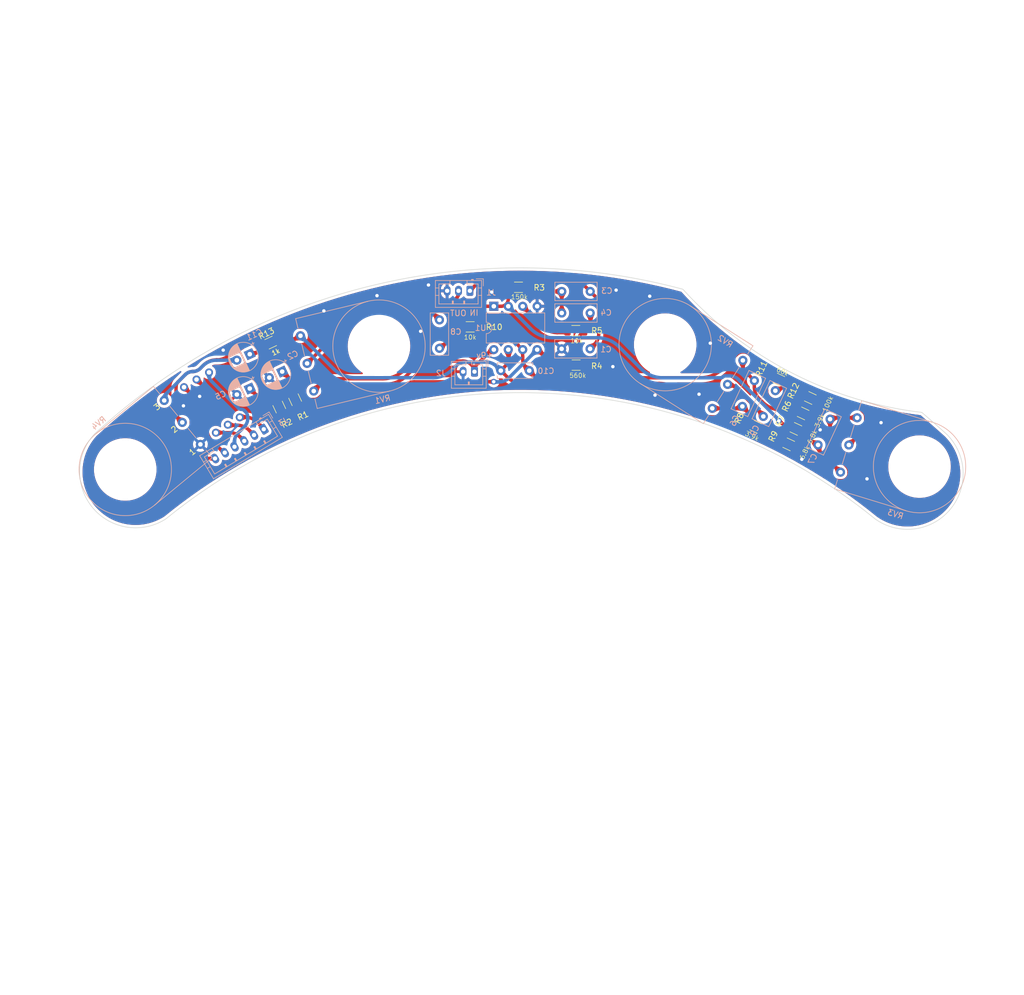
<source format=kicad_pcb>
(kicad_pcb (version 20211014) (generator pcbnew)
  (layers (0 "F.Cu" signal) (31 "B.Cu" signal) (34 "B.Paste" user) (35 "F.Paste" user) (36 "B.SilkS" user "B.Silkscreen") (37 "F.SilkS" user "F.Silkscreen") (38 "B.Mask" user) (39 "F.Mask" user) (44 "Edge.Cuts" user))
  (net 0 "")
  (net 1 "GND")
  (net 2 "+9V")
  (net 3 "Net-(C3-Pad2)")
  (net 4 "Net-(C4-Pad2)")
  (net 5 "BIAS")
  (net 6 "Net-(C6-Pad1)")
  (net 7 "Net-(C6-Pad2)")
  (net 8 "Net-(C7-Pad1)")
  (net 9 "Net-(C7-Pad2)")
  (net 10 "Net-(C8-Pad1)")
  (net 11 "Net-(C8-Pad2)")
  (net 12 "Net-(C9-Pad1)")
  (net 13 "Net-(C9-Pad2)")
  (net 14 "Net-(R10-Pad2)")
  (net 15 "Net-(R13-Pad1)")
  (net 16 "Net-(C11-Pad1)")
  (net 17 "Net-(C11-Pad2)")
  (net 18 "Net-(R3-Pad2)")
  (net 19 "Net-(R5-Pad2)")
  (net 20 "IN")
  (net 21 "Net-(R12-Pad1)")
  (net 22 "OUT")
  (net 23 "Net-(J10-Pad1)")
  (net 24 "Net-(J11-Pad1)")
  (net 25 "Net-(J12-Pad1)")
  (net 26 "Net-(J3-Pad1)")
  (net 27 "Net-(J3-Pad2)")
  (net 28 "Net-(J3-Pad3)")
  (footprint "Resistor_SMD:R_1206_3216Metric" (layer "F.Cu") (at 190.692145 90.788923 155)
    (fp_text reference "R6")
    (fp_text value "3.9k")
  )
  (footprint "Resistor_SMD:R_1206_3216Metric" (layer "F.Cu") (at 188.156436 96.22677 155)
    (fp_text reference "R9")
    (fp_text value "6.8k")
  )
  (footprint "Connector_PinSocket_2.54mm:PinSocket_1x01_P2.54mm_Vertical" (layer "F.Cu") (at 86.24 83.57 -90.5)
    (fp_text reference "J10" hide)
    (fp_text value "Conn_01x01_Female" hide)
  )
  (footprint "Connector_PinSocket_2.54mm:PinSocket_1x01_P2.54mm_Vertical" (layer "F.Cu") (at 91.64 91.47 179.5)
    (fp_text reference "J7" hide)
    (fp_text value "Conn_01x01_Female" hide)
  )
  (footprint "Resistor_SMD:R_1206_3216Metric" (layer "F.Cu") (at 97.08 78.33 -155)
    (fp_text reference "R13")
    (fp_text value "1k")
  )
  (footprint "Resistor_SMD:R_1206_3216Metric" (layer "F.Cu") (at 140.6475 68.61 180)
    (fp_text reference "R3")
    (fp_text value "150k")
  )
  (footprint "Resistor_SMD:R_1206_3216Metric" (layer "F.Cu") (at 150.78 82.29)
    (fp_text reference "R4")
    (fp_text value "560k")
  )
  (footprint "Resistor_SMD:R_1206_3216Metric" (layer "F.Cu") (at 150.72 76.23 180)
    (fp_text reference "R5")
    (fp_text value "10k")
  )
  (footprint "Connector_PinSocket_2.54mm:PinSocket_1x01_P2.54mm_Vertical" (layer "F.Cu") (at 89.54 92.77 179.5)
    (fp_text reference "J8" hide)
    (fp_text value "Conn_01x01_Female" hide)
  )
  (footprint "Resistor_SMD:R_1206_3216Metric" (layer "F.Cu") (at 191.96 88.07 155)
    (fp_text reference "R12")
    (fp_text value "100k")
  )
  (footprint "Resistor_SMD:R_1206_3216Metric" (layer "F.Cu") (at 182.36 93.14 -25)
    (fp_text reference "R8")
    (fp_text value "3.9k")
  )
  (footprint "Resistor_SMD:R_1206_3216Metric" (layer "F.Cu") (at 101.38 88.38 115)
    (fp_text reference "R1")
    (fp_text value "2.2M")
  )
  (footprint "Connector_PinSocket_2.54mm:PinSocket_1x01_P2.54mm_Vertical" (layer "F.Cu") (at 87.44 94.17 179.5)
    (fp_text reference "J9" hide)
    (fp_text value "Conn_01x01_Female" hide)
  )
  (footprint "Connector_PinSocket_2.54mm:PinSocket_1x01_P2.54mm_Vertical" (layer "F.Cu") (at 84.04 84.82 -90.5)
    (fp_text reference "J11" hide)
    (fp_text value "Conn_01x01_Female" hide)
  )
  (footprint "Resistor_SMD:R_1206_3216Metric" (layer "F.Cu") (at 98.59 89.67 -65)
    (fp_text reference "R2")
    (fp_text value "2.2M")
  )
  (footprint "Connector_PinSocket_2.54mm:PinSocket_1x01_P2.54mm_Vertical" (layer "F.Cu") (at 81.84 86.17 -90.5)
    (fp_text reference "J12" hide)
    (fp_text value "Conn_01x01_Female" hide)
  )
  (footprint "Resistor_SMD:R_1206_3216Metric" (layer "F.Cu") (at 186.42 84.84 155)
    (fp_text reference "R11")
    (fp_text value "68k")
  )
  (footprint "Resistor_SMD:R_1206_3216Metric" (layer "F.Cu") (at 132.15 75.57)
    (fp_text reference "R10")
    (fp_text value "10k")
  )
  (footprint "Resistor_SMD:R_1206_3216Metric" (layer "F.Cu") (at 189.42429 93.507847 -25)
    (fp_text reference "R7")
    (fp_text value "6.8k")
  )
  (footprint "lib:Potentiometer_Piher_T-16L_Single_Vertical_Hole" (layer "B.Cu") (at 71.509059 100.636562 -140.5)
    (fp_text reference "RV4")
    (fp_text value "25k")
  )
  (footprint "Capacitor_THT:C_Rect_L7.2mm_W3.0mm_P5.00mm_FKS2_FKP2_MKS2_MKP2" (layer "B.Cu") (at 183.693454 91.315769 65)
    (fp_text reference "C9")
    (fp_text value "4.7n")
  )
  (footprint "Capacitor_THT:C_Disc_D6.0mm_W2.5mm_P5.00mm" (layer "B.Cu") (at 142.54 83.26 180)
    (fp_text reference "C10")
    (fp_text value "100p")
  )
  (footprint "lib:Potentiometer_Piher_T-16L_Single_Vertical_Hole" (layer "B.Cu") (at 116.121346 78.956419 13.5)
    (fp_text reference "RV1")
    (fp_text value "50k")
  )
  (footprint "Connector_JST:JST_PH_B6B-PH-K_1x06_P2.00mm_Vertical" (layer "B.Cu") (at 95.86 93.56 -149)
    (fp_text reference "J3")
    (fp_text value "Conn_01x06_Male" hide)
  )
  (footprint "Capacitor_THT:CP_Radial_D5.0mm_P2.50mm" (layer "B.Cu") (at 93.4 86.41 -155)
    (fp_text reference "C5")
    (fp_text value "1u")
  )
  (footprint "lib:Potentiometer_Piher_T-16L_Single_Vertical_Hole" (layer "B.Cu") (at 166.440611 78.693751 147.5)
    (fp_text reference "RV2")
    (fp_text value "50k")
  )
  (footprint "Connector_JST:JST_PH_B2B-PH-K_1x02_P2.00mm_Vertical" (layer "B.Cu") (at 132.91 83.45 180)
    (fp_text reference "J2")
    (fp_text value "Conn_01x02_Male" hide)
  )
  (footprint "Capacitor_THT:C_Rect_L7.2mm_W3.0mm_P5.00mm_FKS2_FKP2_MKS2_MKP2" (layer "B.Cu") (at 148.25 73.13)
    (fp_text reference "C4")
    (fp_text value "8.2n")
  )
  (footprint "Capacitor_THT:C_Rect_L7.2mm_W3.0mm_P5.00mm_FKS2_FKP2_MKS2_MKP2" (layer "B.Cu") (at 126.75 74.34 -90)
    (fp_text reference "C8")
    (fp_text value "2.2n")
  )
  (footprint "Capacitor_THT:C_Rect_L7.2mm_W3.0mm_P5.00mm_FKS2_FKP2_MKS2_MKP2" (layer "B.Cu") (at 148.23 79.43)
    (fp_text reference "C1")
    (fp_text value "2.2n")
  )
  (footprint "Package_DIP:DIP-8_W7.62mm" (layer "B.Cu") (at 136.31 71.95 -90)
    (fp_text reference "U1")
    (fp_text value "TL062")
  )
  (footprint "Capacitor_THT:C_Rect_L7.2mm_W3.0mm_P5.00mm_FKS2_FKP2_MKS2_MKP2" (layer "B.Cu") (at 153.26 69.34 180)
    (fp_text reference "C3")
    (fp_text value "8.2n")
  )
  (footprint "lib:Potentiometer_Piher_T-16L_Single_Vertical_Hole" (layer "B.Cu") (at 211.157406 100.136562 -17)
    (fp_text reference "RV3")
    (fp_text value "50k")
  )
  (footprint "Capacitor_THT:CP_Radial_D5.0mm_P2.50mm" (layer "B.Cu") (at 99.102885 83.431727 -155)
    (fp_text reference "C2")
    (fp_text value "1u")
  )
  (footprint "Capacitor_THT:C_Rect_L7.2mm_W3.0mm_P5.00mm_FKS2_FKP2_MKS2_MKP2" (layer "B.Cu") (at 193.313454 96.32577 65)
    (fp_text reference "C7")
    (fp_text value "68n")
  )
  (footprint "Connector_JST:JST_PH_B3B-PH-K_1x03_P2.00mm_Vertical" (layer "B.Cu") (at 132.1 69.23 180)
    (fp_text reference "J1")
    (fp_text value "Conn_01x03_Male" hide)
  )
  (footprint "Capacitor_THT:CP_Radial_D5.0mm_P2.50mm" (layer "B.Cu") (at 93.4 80.37 -155)
    (fp_text reference "C11")
    (fp_text value "10u")
  )
  (footprint "Capacitor_THT:C_Rect_L7.2mm_W3.0mm_P5.00mm_FKS2_FKP2_MKS2_MKP2" (layer "B.Cu") (at 182.12 85.02 -115)
    (fp_text reference "C6")
    (fp_text value "8.2n")
  )
  (gr_arc (start 66.10552 94.39594) (mid 114.559797 68.387833) (end 169.55 68.95) (layer "Edge.Cuts") (width 0.1))
  (gr_arc (start 78.7 109.3) (mid 141 87.138689) (end 203.3 109.3) (layer "Edge.Cuts") (width 0.1))
  (gr_arc (start 211.55 90.6) (mid 188.581332 83.594124) (end 169.55 68.95) (layer "Edge.Cuts") (width 0.1))
  (gr_arc (start 211.55 90.6) (mid 213.782253 92.536603) (end 215.990422 94.50146) (layer "Edge.Cuts") (width 0.1))
  (gr_arc (start 78.7 109.3) (mid 65.818259 107.412113) (end 66.10552 94.39594) (layer "Edge.Cuts") (width 0.1))
  (gr_arc (start 215.990422 94.50146) (mid 216.471226 107.754354) (end 203.3 109.3) (layer "Edge.Cuts") (width 0.1))
  (via (at 115.77 70.08) (size 1) (drill 0.6) (layers "F.Cu" "B.Cu") (net 1))
  (via (at 84.59 87.79) (size 1) (drill 0.6) (layers "F.Cu" "B.Cu") (net 1))
  (via (at 157.81 69.11) (size 1) (drill 0.6) (layers "F.Cu" "B.Cu") (net 1))
  (via (at 204.39 92.41) (size 1) (drill 0.6) (layers "F.Cu" "B.Cu") (net 1))
  (via (at 190.46 98.85) (size 1) (drill 0.6) (layers "F.Cu" "B.Cu") (net 1))
  (via (at 172.39 87.41) (size 1) (drill 0.6) (layers "F.Cu" "B.Cu") (net 1))
  (via (at 124.82 68.21) (size 1) (drill 0.6) (layers "F.Cu" "B.Cu") (net 1))
  (via (at 88.73 79.66) (size 1) (drill 0.6) (layers "F.Cu" "B.Cu") (net 1))
  (via (at 106.43 72.76) (size 1) (drill 0.6) (layers "F.Cu" "B.Cu") (net 1))
  (via (at 164.65 87.57) (size 1) (drill 0.6) (layers "F.Cu" "B.Cu") (net 1))
  (via (at 135.93 69.46) (size 1) (drill 0.6) (layers "F.Cu" "B.Cu") (net 1))
  (via (at 163.72 70.18) (size 1) (drill 0.6) (layers "F.Cu" "B.Cu") (net 1))
  (via (at 81.74 89.45) (size 1) (drill 0.6) (layers "F.Cu" "B.Cu") (net 1))
  (via (at 201.92 102.29) (size 1) (drill 0.6) (layers "F.Cu" "B.Cu") (net 1))
  (via (at 157.24 82.56) (size 1) (drill 0.6) (layers "F.Cu" "B.Cu") (net 1))
  (via (at 193.68 93.67) (size 1) (drill 0.6) (layers "F.Cu" "B.Cu") (net 1))
  (via (at 123.44 76.35) (size 1) (drill 0.6) (layers "F.Cu" "B.Cu") (net 1))
  (via (at 174.37 78.44) (size 1) (drill 0.6) (layers "F.Cu" "B.Cu") (net 1))
  (segment (start 132.305 82.185) (end 132.676654 82.556654) (width 0.6) (layer "F.Cu") (net 2))
  (segment (start 105.728193 87.893256) (end 106.600407 87.021044) (width 0.6) (layer "F.Cu") (net 2))
  (segment (start 100.067626 84.396468) (end 99.102885 83.431727) (width 0.6) (layer "F.Cu") (net 2))
  (segment (start 117.178192 85.68952) (end 109.814992 85.68952) (width 0.6) (layer "F.Cu") (net 2))
  (segment (start 133.203449 82.32655) (end 135.836256 79.693743) (width 0.6) (layer "F.Cu") (net 2))
  (segment (start 102.028133 87.385264) (end 102.346416 87.703547) (width 0.6) (layer "F.Cu") (net 2))
  (segment (start 104.619312 88.352569) (end 103.913293 88.352569) (width 0.6) (layer "F.Cu") (net 2))
  (segment (start 100.761921 86.072644) (end 100.761921 86.586788) (width 0.6) (layer "F.Cu") (net 2))
  (segment (start 130.8444 81.58) (end 125.795639 81.58) (width 0.6) (layer "F.Cu") (net 2))
  (segment (start 136.135 79.57) (end 136.31 79.57) (width 0.6) (layer "F.Cu") (net 2))
  (segment (start 121.025948 84.095726) (end 121.947883 83.173792) (width 0.6) (layer "F.Cu") (net 2))
  (segment (start 132.91 83.12) (end 132.91 83.035) (width 0.6) (layer "F.Cu") (net 2))
  (arc (start 102.346416 87.703547) (mid 103.065305 88.183893) (end 103.913293 88.352569) (width 0.6) (layer "F.Cu") (net 2))
  (arc (start 100.761921 86.586788) (mid 100.898917 86.917528) (end 101.229657 87.054525) (width 0.6) (layer "F.Cu") (net 2))
  (arc (start 132.305 82.185) (mid 131.634871 81.737234) (end 130.8444 81.58) (width 0.6) (layer "F.Cu") (net 2))
  (arc (start 105.728193 87.893256) (mid 105.219434 88.233197) (end 104.619312 88.352569) (width 0.6) (layer "F.Cu") (net 2))
  (arc (start 136.135 79.57) (mid 135.973321 79.602159) (end 135.836256 79.693743) (width 0.6) (layer "F.Cu") (net 2))
  (arc (start 102.028133 87.385264) (mid 101.661789 87.140481) (end 101.229657 87.054525) (width 0.6) (layer "F.Cu") (net 2))
  (arc (start 132.676654 82.556654) (mid 132.849355 82.815119) (end 132.91 83.12) (width 0.6) (layer "F.Cu") (net 2))
  (arc (start 125.795639 81.58) (mid 123.713248 81.994213) (end 121.947883 83.173792) (width 0.6) (layer "F.Cu") (net 2))
  (arc (start 133.203449 82.32655) (mid 132.986264 82.651589) (end 132.91 83.035) (width 0.6) (layer "F.Cu") (net 2))
  (arc (start 132.91 83.12) (mid 132.91 83.12) (end 132.91 83.12) (width 0.6) (layer "F.Cu") (net 2))
  (arc (start 100.067626 84.396468) (mid 100.581479 85.165504) (end 100.761921 86.072644) (width 0.6) (layer "F.Cu") (net 2))
  (arc (start 109.814992 85.68952) (mid 108.075271 86.035571) (end 106.600407 87.021044) (width 0.6) (layer "F.Cu") (net 2))
  (arc (start 121.025948 84.095726) (mid 119.260582 85.275306) (end 117.178192 85.68952) (width 0.6) (layer "F.Cu") (net 2))
  (segment (start 142.475 68.975) (end 142.11 68.61) (width 0.6) (layer "F.Cu") (net 3))
  (segment (start 148.25 69.357071) (end 148.25 73.13) (width 0.6) (layer "F.Cu") (net 3))
  (segment (start 148.252928 69.34) (end 143.356187 69.34) (width 0.6) (layer "F.Cu") (net 3))
  (arc (start 142.475 68.975) (mid 142.879292 69.245139) (end 143.356187 69.34) (width 0.6) (layer "F.Cu") (net 3))
  (arc (start 148.255 69.345) (mid 148.251299 69.350538) (end 148.25 69.357071) (width 0.6) (layer "F.Cu") (net 3))
  (arc (start 148.255 69.345) (mid 148.255634 69.341808) (end 148.252928 69.34) (width 0.6) (layer "F.Cu") (net 3))
  (segment (start 151.74625 81.79375) (end 152.2425 82.29) (width 0.6) (layer "F.Cu") (net 4))
  (segment (start 151.25 77.821877) (end 151.25 80.595696) (width 0.6) (layer "F.Cu") (net 4))
  (segment (start 152.71625 75.69625) (end 152.64875 75.76375) (width 0.6) (layer "F.Cu") (net 4))
  (segment (start 153.25 74.407663) (end 153.25 73.13) (width 0.6) (layer "F.Cu") (net 4))
  (segment (start 152.64875 75.76375) (end 151.71625 76.69625) (width 0.6) (layer "F.Cu") (net 4))
  (arc (start 151.25 80.595696) (mid 151.378971 81.244078) (end 151.74625 81.79375) (width 0.6) (layer "F.Cu") (net 4))
  (arc (start 153.25 74.407663) (mid 153.111282 75.105041) (end 152.71625 75.69625) (width 0.6) (layer "F.Cu") (net 4))
  (arc (start 151.71625 76.69625) (mid 151.371174 77.212692) (end 151.25 77.821877) (width 0.6) (layer "F.Cu") (net 4))
  (segment (start 106.238773 88.796207) (end 107.014421 88.020564) (width 0.6) (layer "F.Cu") (net 5))
  (segment (start 97.553219 90.563219) (end 93.4 86.41) (width 0.6) (layer "F.Cu") (net 5))
  (segment (start 102.174772 89.528782) (end 101.821386 89.882168) (width 0.6) (layer "F.Cu") (net 5))
  (segment (start 136.28 85.22) (end 136.29 85.21) (width 0.6) (layer "F.Cu") (net 5))
  (segment (start 146.082507 81.445007) (end 145.153111 80.515611) (width 0.6) (layer "F.Cu") (net 5))
  (segment (start 99.958079 90.995475) (end 99.819381 90.995475) (width 0.6) (layer "F.Cu") (net 5))
  (segment (start 144.679388 80.319388) (end 143.93 79.57) (width 0.6) (layer "F.Cu") (net 5))
  (segment (start 104.896748 89.352089) (end 102.601346 89.352089) (width 0.6) (layer "F.Cu") (net 5))
  (segment (start 99.819381 90.995475) (end 98.596777 90.995475) (width 0.6) (layer "F.Cu") (net 5))
  (segment (start 118.814472 86.68904) (end 110.229006 86.68904) (width 0.6) (layer "F.Cu") (net 5))
  (segment (start 148.1225 82.29) (end 149.3175 82.29) (width 0.6) (layer "F.Cu") (net 5))
  (segment (start 101.238409 90.465144) (end 101.821386 89.882168) (width 0.6) (layer "F.Cu") (net 5))
  (segment (start 122.336907 85.23) (end 136.255857 85.23) (width 0.6) (layer "F.Cu") (net 5))
  (via (at 136.29 85.21) (size 1) (drill 0.6) (layers "F.Cu" "B.Cu") (net 5))
  (arc (start 136.28 85.22) (mid 136.268923 85.227401) (end 136.255857 85.23) (width 0.6) (layer "F.Cu") (net 5))
  (arc (start 102.601346 89.352089) (mid 102.370485 89.39801) (end 102.174772 89.528782) (width 0.6) (layer "F.Cu") (net 5))
  (arc (start 144.679388 80.319388) (mid 144.788061 80.392001) (end 144.91625 80.4175) (width 0.6) (layer "F.Cu") (net 5))
  (arc (start 106.238773 88.796207) (mid 105.623046 89.20762) (end 104.896748 89.352089) (width 0.6) (layer "F.Cu") (net 5))
  (arc (start 145.153111 80.515611) (mid 145.044438 80.442998) (end 144.91625 80.4175) (width 0.6) (layer "F.Cu") (net 5))
  (arc (start 122.336907 85.23) (mid 121.383743 85.419596) (end 120.57569 85.95952) (width 0.6) (layer "F.Cu") (net 5))
  (arc (start 120.57569 85.95952) (mid 119.767636 86.499443) (end 118.814472 86.68904) (width 0.6) (layer "F.Cu") (net 5))
  (arc (start 101.238409 90.465144) (mid 100.650988 90.857646) (end 99.958079 90.995475) (width 0.6) (layer "F.Cu") (net 5))
  (arc (start 110.229006 86.68904) (mid 108.489285 87.035091) (end 107.014421 88.020564) (width 0.6) (layer "F.Cu") (net 5))
  (arc (start 146.082507 81.445007) (mid 147.018463 82.070393) (end 148.1225 82.29) (width 0.6) (layer "F.Cu") (net 5))
  (arc (start 97.553219 90.563219) (mid 98.032007 90.883135) (end 98.596777 90.995475) (width 0.6) (layer "F.Cu") (net 5))
  (segment (start 136.341213 85.24) (end 137.29 85.24) (width 0.6) (layer "B.Cu") (net 5))
  (segment (start 136.305 85.225) (end 136.29 85.21) (width 0.6) (layer "B.Cu") (net 5))
  (segment (start 138.945893 84.554106) (end 143.93 79.57) (width 0.6) (layer "B.Cu") (net 5))
  (arc (start 136.305 85.225) (mid 136.321614 85.236101) (end 136.341213 85.24) (width 0.6) (layer "B.Cu") (net 5))
  (arc (start 138.945893 84.554106) (mid 138.186162 85.061741) (end 137.29 85.24) (width 0.6) (layer "B.Cu") (net 5))
  (segment (start 183.520422 88.770422) (end 182.95085 88.20085) (width 0.6) (layer "F.Cu") (net 6))
  (segment (start 186.901339 90.170844) (end 189.36667 90.170844) (width 0.6) (layer "F.Cu") (net 6))
  (segment (start 180.631961 83.531961) (end 181.289149 84.189149) (width 0.6) (layer "F.Cu") (net 6))
  (segment (start 180.091198 82.226443) (end 180.091198 81.461689) (width 0.6) (layer "F.Cu") (net 6))
  (arc (start 181.289149 84.189149) (mid 181.904068 85.109441) (end 182.12 86.195) (width 0.6) (layer "F.Cu") (net 6))
  (arc (start 180.091198 82.226443) (mid 180.231737 82.932984) (end 180.631961 83.531961) (width 0.6) (layer "F.Cu") (net 6))
  (arc (start 183.520422 88.770422) (mid 185.0716 89.806886) (end 186.901339 90.170844) (width 0.6) (layer "F.Cu") (net 6))
  (arc (start 182.12 86.195) (mid 182.33593 87.280558) (end 182.95085 88.20085) (width 0.6) (layer "F.Cu") (net 6))
  (segment (start 179.419555 89.895603) (end 174.718202 89.895603) (width 0.6) (layer "F.Cu") (net 7))
  (segment (start 180.178941 89.723571) (end 180.520717 90.065347) (width 0.6) (layer "F.Cu") (net 7))
  (segment (start 181.034525 91.305789) (end 181.034525 92.521921) (width 0.6) (layer "F.Cu") (net 7))
  (arc (start 180.520717 90.065347) (mid 180.90099 90.634466) (end 181.034525 91.305789) (width 0.6) (layer "F.Cu") (net 7))
  (arc (start 180.178941 89.723571) (mid 180.006909 89.652313) (end 179.834877 89.723571) (width 0.6) (layer "F.Cu") (net 7))
  (arc (start 179.834877 89.723571) (mid 179.644325 89.850893) (end 179.419555 89.895603) (width 0.6) (layer "F.Cu") (net 7))
  (segment (start 192.82097 96.197131) (end 190.749765 94.125926) (width 0.6) (layer "F.Cu") (net 8))
  (segment (start 193.610916 97.464584) (end 197.263586 101.117254) (width 0.6) (layer "F.Cu") (net 8))
  (segment (start 193.313454 96.507692) (end 193.313454 96.746446) (width 0.6) (layer "F.Cu") (net 8))
  (arc (start 193.313454 96.746446) (mid 193.390761 97.135099) (end 193.610916 97.464584) (width 0.6) (layer "F.Cu") (net 8))
  (arc (start 192.82097 96.197131) (mid 192.963456 96.292337) (end 193.131531 96.32577) (width 0.6) (layer "F.Cu") (net 8))
  (arc (start 193.313454 96.507692) (mid 193.260169 96.379053) (end 193.131531 96.32577) (width 0.6) (layer "F.Cu") (net 8))
  (segment (start 195.704043 102.024043) (end 190.893583 97.213583) (width 0.6) (layer "F.Cu") (net 9))
  (segment (start 197.020337 98.753375) (end 198.292601 100.025639) (width 0.6) (layer "F.Cu") (net 9))
  (segment (start 198.763097 101.161519) (end 198.763097 101.268386) (width 0.6) (layer "F.Cu") (net 9))
  (segment (start 195.426545 94.905619) (end 195.426545 91.963954) (width 0.6) (layer "F.Cu") (net 9))
  (segment (start 195.836293 91.554206) (end 200.187303 91.554206) (width 0.6) (layer "F.Cu") (net 9))
  (segment (start 197.135 102.616765) (end 197.414718 102.616765) (width 0.6) (layer "F.Cu") (net 9))
  (segment (start 190.00338 96.844849) (end 189.481911 96.844849) (width 0.6) (layer "F.Cu") (net 9))
  (arc (start 195.546557 91.674218) (mid 195.457735 91.80715) (end 195.426545 91.963954) (width 0.6) (layer "F.Cu") (net 9))
  (arc (start 198.763097 101.268386) (mid 198.660457 101.784388) (end 198.368166 102.221834) (width 0.6) (layer "F.Cu") (net 9))
  (arc (start 195.836293 91.554206) (mid 195.679489 91.585396) (end 195.546557 91.674218) (width 0.6) (layer "F.Cu") (net 9))
  (arc (start 195.704043 102.024043) (mid 196.360571 102.462721) (end 197.135 102.616765) (width 0.6) (layer "F.Cu") (net 9))
  (arc (start 198.292601 100.025639) (mid 198.640823 100.546793) (end 198.763097 101.161519) (width 0.6) (layer "F.Cu") (net 9))
  (arc (start 198.368166 102.221834) (mid 197.93072 102.514125) (end 197.414718 102.616765) (width 0.6) (layer "F.Cu") (net 9))
  (arc (start 195.426545 94.905619) (mid 195.840758 96.988009) (end 197.020337 98.753375) (width 0.6) (layer "F.Cu") (net 9))
  (arc (start 190.893583 97.213583) (mid 190.485154 96.940679) (end 190.00338 96.844849) (width 0.6) (layer "F.Cu") (net 9))
  (segment (start 126.095 73.685) (end 126.75 74.34) (width 0.6) (layer "F.Cu") (net 10))
  (segment (start 110.847952 74.623793) (end 103.480537 81.991209) (width 0.6) (layer "F.Cu") (net 10))
  (segment (start 124.513691 73.030001) (end 114.695708 73.030001) (width 0.6) (layer "F.Cu") (net 10))
  (arc (start 114.695708 73.030001) (mid 112.613317 73.444214) (end 110.847952 74.623793) (width 0.6) (layer "F.Cu") (net 10))
  (arc (start 126.095 73.685) (mid 125.369489 73.200229) (end 124.513691 73.030001) (width 0.6) (layer "F.Cu") (net 10))
  (segment (start 126.97672 79.280779) (end 130.6875 75.57) (width 0.6) (layer "F.Cu") (net 11))
  (segment (start 126.83375 79.34) (end 126.75 79.34) (width 0.6) (layer "F.Cu") (net 11))
  (arc (start 126.97672 79.280779) (mid 126.911124 79.324608) (end 126.83375 79.34) (width 0.6) (layer "F.Cu") (net 11))
  (segment (start 183.693454 91.216611) (end 183.693454 91.315769) (width 0.6) (layer "F.Cu") (net 12))
  (segment (start 177.829673 85.678646) (end 177.4047 85.678646) (width 0.6) (layer "F.Cu") (net 12))
  (segment (start 183.623339 91.047339) (end 178.555147 85.979147) (width 0.6) (layer "F.Cu") (net 12))
  (arc (start 178.555147 85.979147) (mid 178.222296 85.756743) (end 177.829673 85.678646) (width 0.6) (layer "F.Cu") (net 12))
  (arc (start 183.623339 91.047339) (mid 183.675231 91.125001) (end 183.693454 91.216611) (width 0.6) (layer "F.Cu") (net 12))
  (segment (start 186.635974 86.567579) (end 187.745475 85.458079) (width 0.6) (layer "F.Cu") (net 13))
  (segment (start 186.112934 86.78423) (end 185.806545 86.78423) (width 0.6) (layer "F.Cu") (net 13))
  (arc (start 186.635974 86.567579) (mid 186.396001 86.727924) (end 186.112934 86.78423) (width 0.6) (layer "F.Cu") (net 13))
  (segment (start 190.150485 87.93596) (end 190.634525 87.451921) (width 0.6) (layer "F.Cu") (net 14))
  (segment (start 138.785547 76.965547) (end 140.491974 78.671974) (width 0.6) (layer "F.Cu") (net 14))
  (segment (start 181.317277 80.444673) (end 184.677262 83.804658) (width 0.6) (layer "F.Cu") (net 14))
  (segment (start 135.56125 75.63) (end 133.714926 75.63) (width 0.6) (layer "F.Cu") (net 14))
  (segment (start 141.965 82.685) (end 142.522322 83.242322) (width 0.6) (layer "F.Cu") (net 14))
  (segment (start 142.557677 83.327677) (end 143.145 83.915) (width 0.6) (layer "F.Cu") (net 14))
  (segment (start 133.6425 75.6) (end 133.6125 75.57) (width 0.6) (layer "F.Cu") (net 14))
  (segment (start 141.39 81.296827) (end 141.39 80.84) (width 0.6) (layer "F.Cu") (net 14))
  (segment (start 188.98191 88.42) (end 185.898822 88.42) (width 0.6) (layer "F.Cu") (net 14))
  (segment (start 176.506049 82.926207) (end 178.987583 80.444673) (width 0.6) (layer "F.Cu") (net 14))
  (segment (start 184.26 86.781177) (end 184.26 85.646544) (width 0.6) (layer "F.Cu") (net 14))
  (segment (start 172.658293 84.52) (end 144.605599 84.52) (width 0.6) (layer "F.Cu") (net 14))
  (arc (start 184.74 87.94) (mid 185.271672 88.295252) (end 185.898822 88.42) (width 0.6) (layer "F.Cu") (net 14))
  (arc (start 133.6425 75.6) (mid 133.675729 75.622203) (end 133.714926 75.63) (width 0.6) (layer "F.Cu") (net 14))
  (arc (start 141.39 81.296827) (mid 141.539437 82.0481) (end 141.965 82.685) (width 0.6) (layer "F.Cu") (net 14))
  (arc (start 138.785547 76.965547) (mid 137.306227 75.977097) (end 135.56125 75.63) (width 0.6) (layer "F.Cu") (net 14))
  (arc (start 140.491974 78.671974) (mid 141.15661 79.666672) (end 141.39 80.84) (width 0.6) (layer "F.Cu") (net 14))
  (arc (start 184.677262 83.804658) (mid 184.850097 84.22192) (end 184.677262 84.639183) (width 0.6) (layer "F.Cu") (net 14))
  (arc (start 176.506049 82.926207) (mid 174.740683 84.105786) (end 172.658293 84.52) (width 0.6) (layer "F.Cu") (net 14))
  (arc (start 142.522322 83.242322) (mid 142.535405 83.261902) (end 142.54 83.285) (width 0.6) (layer "F.Cu") (net 14))
  (arc (start 143.145 83.915) (mid 143.815128 84.362765) (end 144.605599 84.52) (width 0.6) (layer "F.Cu") (net 14))
  (arc (start 190.150485 87.93596) (mid 189.614338 88.294202) (end 188.98191 88.42) (width 0.6) (layer "F.Cu") (net 14))
  (arc (start 142.54 83.285) (mid 142.544594 83.308096) (end 142.557677 83.327677) (width 0.6) (layer "F.Cu") (net 14))
  (arc (start 184.677262 84.639183) (mid 184.368442 85.101364) (end 184.26 85.646544) (width 0.6) (layer "F.Cu") (net 14))
  (arc (start 180.15243 79.962178) (mid 179.522019 80.087574) (end 178.987583 80.444673) (width 0.6) (layer "F.Cu") (net 14))
  (arc (start 181.317277 80.444673) (mid 180.78284 80.087574) (end 180.15243 79.962178) (width 0.6) (layer "F.Cu") (net 14))
  (arc (start 184.26 86.781177) (mid 184.384747 87.408327) (end 184.74 87.94) (width 0.6) (layer "F.Cu") (net 14))
  (segment (start 179.126464 93.106464) (end 178.272557 92.252557) (width 0.6) (layer "F.Cu") (net 15))
  (segment (start 185.078279 95.150883) (end 183.930039 94.002643) (width 0.6) (layer "F.Cu") (net 15))
  (segment (start 174.423932 91.395114) (end 176.202506 91.395114) (width 0.6) (layer "F.Cu") (net 15))
  (segment (start 186.183524 95.608691) (end 186.830961 95.608691) (width 0.6) (layer "F.Cu") (net 15))
  (segment (start 179.708603 93.678603) (end 179.143535 93.113535) (width 0.6) (layer "F.Cu") (net 15))
  (segment (start 169.213312 87.113312) (end 172.83834 90.73834) (width 0.6) (layer "F.Cu") (net 15))
  (segment (start 102.022029 77.42064) (end 102.31331 77.129359) (width 0.6) (layer "F.Cu") (net 15))
  (segment (start 138.85 81.02369) (end 138.85 79.57) (width 0.6) (layer "F.Cu") (net 15))
  (segment (start 101.318814 77.711921) (end 98.405475 77.711921) (width 0.6) (layer "F.Cu") (net 15))
  (segment (start 138.66976 84.38976) (end 138.195 83.915) (width 0.6) (layer "F.Cu") (net 15))
  (segment (start 182.850481 94.247207) (end 181.081333 94.247207) (width 0.6) (layer "F.Cu") (net 15))
  (segment (start 165.365556 85.51952) (end 141.397241 85.51952) (width 0.6) (layer "F.Cu") (net 15))
  (arc (start 183.930039 94.002643) (mid 183.685475 93.901341) (end 183.440911 94.002643) (width 0.6) (layer "F.Cu") (net 15))
  (arc (start 178.272557 92.252557) (mid 177.322809 91.617956) (end 176.202506 91.395114) (width 0.6) (layer "F.Cu") (net 15))
  (arc (start 169.213312 87.113312) (mid 167.447946 85.933733) (end 165.365556 85.51952) (width 0.6) (layer "F.Cu") (net 15))
  (arc (start 179.143535 93.113535) (mid 179.139619 93.110918) (end 179.135 93.11) (width 0.6) (layer "F.Cu") (net 15))
  (arc (start 183.440911 94.002643) (mid 183.170019 94.183646) (end 182.850481 94.247207) (width 0.6) (layer "F.Cu") (net 15))
  (arc (start 172.83834 90.73834) (mid 173.565816 91.224424) (end 174.423932 91.395114) (width 0.6) (layer "F.Cu") (net 15))
  (arc (start 179.126464 93.106464) (mid 179.13038 93.109081) (end 179.135 93.11) (width 0.6) (layer "F.Cu") (net 15))
  (arc (start 102.022029 77.42064) (mid 101.699391 77.636219) (end 101.318814 77.711921) (width 0.6) (layer "F.Cu") (net 15))
  (arc (start 138.195 82.605) (mid 137.92369 83.26) (end 138.195 83.915) (width 0.6) (layer "F.Cu") (net 15))
  (arc (start 179.708603 93.678603) (mid 180.338417 94.099431) (end 181.081333 94.247207) (width 0.6) (layer "F.Cu") (net 15))
  (arc (start 138.66976 84.38976) (mid 139.921139 85.225904) (end 141.397241 85.51952) (width 0.6) (layer "F.Cu") (net 15))
  (arc (start 185.078279 95.150883) (mid 185.585369 95.48971) (end 186.183524 95.608691) (width 0.6) (layer "F.Cu") (net 15))
  (arc (start 138.85 81.02369) (mid 138.679771 81.879488) (end 138.195 82.605) (width 0.6) (layer "F.Cu") (net 15))
  (segment (start 134.979339 81.76) (end 131.334905 81.76) (width 0.6) (layer "B.Cu") (net 15))
  (segment (start 108.096098 82.912147) (end 102.31331 77.129359) (width 0.6) (layer "B.Cu") (net 15))
  (segment (start 128.93703 83.13297) (end 129.585259 82.484733) (width 0.6) (layer "B.Cu") (net 15))
  (segment (start 111.943854 84.50594) (end 125.622387 84.50594) (width 0.6) (layer "B.Cu") (net 15))
  (segment (start 136.79 82.51) (end 137.54 83.26) (width 0.6) (layer "B.Cu") (net 15))
  (arc (start 108.096098 82.912147) (mid 109.861463 84.091726) (end 111.943854 84.50594) (width 0.6) (layer "B.Cu") (net 15))
  (arc (start 136.79 82.51) (mid 135.959261 81.954918) (end 134.979339 81.76) (width 0.6) (layer "B.Cu") (net 15))
  (arc (start 131.334905 81.76) (mid 130.388002 81.948352) (end 129.585259 82.484733) (width 0.6) (layer "B.Cu") (net 15))
  (arc (start 128.93703 83.13297) (mid 127.416258 84.149116) (end 125.622387 84.50594) (width 0.6) (layer "B.Cu") (net 15))
  (segment (start 93.866302 80.37) (end 93.4 80.37) (width 0.6) (layer "F.Cu") (net 16))
  (segment (start 94.662329 80.040274) (end 95.754525 78.948079) (width 0.6) (layer "F.Cu") (net 16))
  (arc (start 94.662329 80.040274) (mid 94.297108 80.284307) (end 93.866302 80.37) (width 0.6) (layer "F.Cu") (net 16))
  (segment (start 78.359787 88.090213) (end 78.359787 88.509422) (width 0.6) (layer "B.Cu") (net 17))
  (segment (start 87.553384 81.426546) (end 91.134231 81.426546) (width 0.6) (layer "B.Cu") (net 17))
  (segment (start 82.066109 83.964681) (end 78.656212 87.374578) (width 0.6) (layer "B.Cu") (net 17))
  (segment (start 85.146482 82.423517) (end 84.693703 82.876296) (width 0.6) (layer "B.Cu") (net 17))
  (arc (start 84.693703 82.876296) (mid 84.090928 83.279057) (end 83.379906 83.420489) (width 0.6) (layer "B.Cu") (net 17))
  (arc (start 83.379906 83.420489) (mid 82.668884 83.561919) (end 82.066109 83.964681) (width 0.6) (layer "B.Cu") (net 17))
  (arc (start 78.656212 87.374578) (mid 78.436825 87.702914) (end 78.359787 88.090213) (width 0.6) (layer "B.Cu") (net 17))
  (arc (start 87.553384 81.426546) (mid 86.250778 81.68565) (end 85.146482 82.423517) (width 0.6) (layer "B.Cu") (net 17))
  (segment (start 137.58 71.95) (end 135.04 71.95) (width 0.6) (layer "F.Cu") (net 18))
  (segment (start 138.85 70.68) (end 138.85 69.18188) (width 0.6) (layer "F.Cu") (net 18))
  (segment (start 108.340334 84.69) (end 116.764178 84.69) (width 0.6) (layer "F.Cu") (net 18))
  (segment (start 186.5 92.09) (end 186.42 92.09) (width 0.6) (layer "F.Cu") (net 18))
  (segment (start 130.164349 73.543792) (end 120.611934 83.096207) (width 0.6) (layer "F.Cu") (net 18))
  (segment (start 188.595633 92.392948) (end 188.353036 92.635546) (width 0.6) (layer "F.Cu") (net 18))
  (segment (start 105.729293 85.771529) (end 104.647764 86.853058) (width 0.6) (layer "F.Cu") (net 18))
  (segment (start 191.182626 91.89613) (end 189.795061 91.89613) (width 0.6) (layer "F.Cu") (net 18))
  (segment (start 191.773056 91.651566) (end 192.01762 91.407002) (width 0.6) (layer "F.Cu") (net 18))
  (segment (start 186.636568 92.146568) (end 187.125546 92.635546) (width 0.6) (layer "F.Cu") (net 18))
  (segment (start 139.0175 68.7775) (end 139.185 68.61) (width 0.6) (layer "F.Cu") (net 18))
  (segment (start 134.012105 71.95) (end 135.04 71.95) (width 0.6) (layer "F.Cu") (net 18))
  (via (at 186.42 92.09) (size 1) (drill 0.6) (layers "F.Cu" "B.Cu") (net 18))
  (arc (start 186.636568 92.146568) (mid 186.57391 92.104701) (end 186.5 92.09) (width 0.6) (layer "F.Cu") (net 18))
  (arc (start 108.340334 84.69) (mid 106.927248 84.97108) (end 105.729293 85.771529) (width 0.6) (layer "F.Cu") (net 18))
  (arc (start 120.611934 83.096207) (mid 118.846568 84.275786) (end 116.764178 84.69) (width 0.6) (layer "F.Cu") (net 18))
  (arc (start 188.353036 92.635546) (mid 188.071447 92.823697) (end 187.739291 92.889768) (width 0.6) (layer "F.Cu") (net 18))
  (arc (start 189.795061 91.89613) (mid 189.145935 92.025248) (end 188.595633 92.392948) (width 0.6) (layer "F.Cu") (net 18))
  (arc (start 138.85 70.68) (mid 138.478025 71.578025) (end 137.58 71.95) (width 0.6) (layer "F.Cu") (net 18))
  (arc (start 191.773056 91.651566) (mid 191.502164 91.832569) (end 191.182626 91.89613) (width 0.6) (layer "F.Cu") (net 18))
  (arc (start 187.125546 92.635546) (mid 187.407134 92.823697) (end 187.739291 92.889768) (width 0.6) (layer "F.Cu") (net 18))
  (arc (start 139.0175 68.7775) (mid 138.893531 68.963031) (end 138.85 69.18188) (width 0.6) (layer "F.Cu") (net 18))
  (arc (start 134.012105 71.95) (mid 131.929714 72.364213) (end 130.164349 73.543792) (width 0.6) (layer "F.Cu") (net 18))
  (segment (start 158.333792 79.073792) (end 162.186207 82.926207) (width 0.6) (layer "B.Cu") (net 18))
  (segment (start 142.786207 75.886207) (end 138.85 71.95) (width 0.6) (layer "B.Cu") (net 18))
  (segment (start 179.347033 84.848718) (end 186.360491 91.862176) (width 0.6) (layer "B.Cu") (net 18))
  (segment (start 154.486036 77.48) (end 146.633963 77.48) (width 0.6) (layer "B.Cu") (net 18))
  (segment (start 177.730515 84.179135) (end 177.024608 84.179135) (width 0.6) (layer "B.Cu") (net 18))
  (segment (start 166.033963 84.52) (end 176.201688 84.52) (width 0.6) (layer "B.Cu") (net 18))
  (segment (start 186.42 92.09) (end 186.42 92.005842) (width 0.6) (layer "B.Cu") (net 18))
  (arc (start 142.786207 75.886207) (mid 144.551572 77.065786) (end 146.633963 77.48) (width 0.6) (layer "B.Cu") (net 18))
  (arc (start 162.186207 82.926207) (mid 163.951572 84.105786) (end 166.033963 84.52) (width 0.6) (layer "B.Cu") (net 18))
  (arc (start 158.333792 79.073792) (mid 156.568426 77.894213) (end 154.486036 77.48) (width 0.6) (layer "B.Cu") (net 18))
  (arc (start 186.360491 91.862176) (mid 186.404534 91.92809) (end 186.42 92.005842) (width 0.6) (layer "B.Cu") (net 18))
  (arc (start 177.024608 84.179135) (mid 176.801927 84.223428) (end 176.613148 84.349567) (width 0.6) (layer "B.Cu") (net 18))
  (arc (start 179.347033 84.848718) (mid 178.605368 84.353153) (end 177.730515 84.179135) (width 0.6) (layer "B.Cu") (net 18))
  (arc (start 176.613148 84.349567) (mid 176.424368 84.475705) (end 176.201688 84.52) (width 0.6) (layer "B.Cu") (net 18))
  (segment (start 144.999114 75.559114) (end 141.39 71.95) (width 0.6) (layer "F.Cu") (net 19))
  (segment (start 147.46375 76.58) (end 148.660012 76.58) (width 0.6) (layer "F.Cu") (net 19))
  (segment (start 149.0825 76.405) (end 149.2575 76.23) (width 0.6) (layer "F.Cu") (net 19))
  (arc (start 144.999114 75.559114) (mid 146.129898 76.31468) (end 147.46375 76.58) (width 0.6) (layer "F.Cu") (net 19))
  (arc (start 149.0825 76.405) (mid 148.88866 76.534518) (end 148.660012 76.58) (width 0.6) (layer "F.Cu") (net 19))
  (segment (start 154.749511 71.882754) (end 154.749511 76.836032) (width 0.6) (layer "F.Cu") (net 20))
  (segment (start 133.19726 68.13274) (end 132.1 69.23) (width 0.6) (layer "F.Cu") (net 20))
  (segment (start 149.325938 67.03548) (end 135.846279 67.03548) (width 0.6) (layer "F.Cu") (net 20))
  (segment (start 152.515244 68.595244) (end 154.004755 70.084755) (width 0.6) (layer "F.Cu") (net 20))
  (segment (start 153.989755 78.670244) (end 153.23 79.43) (width 0.6) (layer "F.Cu") (net 20))
  (segment (start 152.10774 68.18774) (end 152.515244 68.595244) (width 0.6) (layer "F.Cu") (net 20))
  (arc (start 154.749511 76.836032) (mid 154.552056 77.8287) (end 153.989755 78.670244) (width 0.6) (layer "F.Cu") (net 20))
  (arc (start 135.846279 67.03548) (mid 134.41264 67.320648) (end 133.19726 68.13274) (width 0.6) (layer "F.Cu") (net 20))
  (arc (start 154.004755 70.084755) (mid 154.555955 70.909684) (end 154.749511 71.882754) (width 0.6) (layer "F.Cu") (net 20))
  (arc (start 152.10774 68.18774) (mid 150.831438 67.334942) (end 149.325938 67.03548) (width 0.6) (layer "F.Cu") (net 20))
  (segment (start 201.098407 90.328407) (end 201.314733 90.544735) (width 0.6) (layer "F.Cu") (net 21))
  (segment (start 193.811435 89.214039) (end 193.285475 88.688079) (width 0.6) (layer "F.Cu") (net 21))
  (segment (start 201.686814 91.443026) (end 201.686814 92.145587) (width 0.6) (layer "F.Cu") (net 21))
  (segment (start 195.081216 89.74) (end 199.677866 89.74) (width 0.6) (layer "F.Cu") (net 21))
  (segment (start 200.81794 94.243233) (end 198.725444 96.33573) (width 0.6) (layer "F.Cu") (net 21))
  (arc (start 193.811435 89.214039) (mid 194.394015 89.603307) (end 195.081216 89.74) (width 0.6) (layer "F.Cu") (net 21))
  (arc (start 201.314733 90.544735) (mid 201.590114 90.956875) (end 201.686814 91.443026) (width 0.6) (layer "F.Cu") (net 21))
  (arc (start 201.686814 92.145587) (mid 201.461001 93.280825) (end 200.81794 94.243233) (width 0.6) (layer "F.Cu") (net 21))
  (arc (start 201.098407 90.328407) (mid 200.446657 89.892921) (end 199.677866 89.74) (width 0.6) (layer "F.Cu") (net 21))
  (segment (start 129.772962 70.482036) (end 129.162259 71.09274) (width 0.6) (layer "F.Cu") (net 22))
  (segment (start 89.814999 80.474999) (end 90.342079 79.94792) (width 0.6) (layer "F.Cu") (net 22))
  (segment (start 114.063482 72.030481) (end 126.898353 72.030481) (width 0.6) (layer "F.Cu") (net 22))
  (segment (start 87.565 81.37) (end 87.654278 81.37) (width 0.6) (layer "F.Cu") (net 22))
  (segment (start 110.215725 73.624273) (end 109.833792 74.006207) (width 0.6) (layer "F.Cu") (net 22))
  (segment (start 130.1 69.6925) (end 130.1 69.23) (width 0.6) (layer "F.Cu") (net 22))
  (segment (start 96.392982 76.583207) (end 96.938689 76.583207) (width 0.6) (layer "F.Cu") (net 22))
  (segment (start 82.062573 83.968216) (end 80.808125 85.222666) (width 0.6) (layer "F.Cu") (net 22))
  (segment (start 85.251869 82.328129) (end 84.707239 82.87276) (width 0.6) (layer "F.Cu") (net 22))
  (segment (start 98.838595 75.6) (end 105.986036 75.6) (width 0.6) (layer "F.Cu") (net 22))
  (segment (start 92.118556 79.212079) (end 92.391608 78.939027) (width 0.6) (layer "F.Cu") (net 22))
  (segment (start 80.440489 90.490256) (end 80.440489 86.11022) (width 0.6) (layer "F.Cu") (net 22))
  (segment (start 95.185381 77.083411) (end 93.993142 78.27565) (width 0.6) (layer "F.Cu") (net 22))
  (segment (start 97.507789 76.33221) (end 97.816729 76.023271) (width 0.6) (layer "F.Cu") (net 22))
  (segment (start 80.990334 91.8177) (end 81.540179 92.367545) (width 0.6) (layer "F.Cu") (net 22))
  (arc (start 129.162259 71.09274) (mid 128.12357 71.78677) (end 126.898353 72.030481) (width 0.6) (layer "F.Cu") (net 22))
  (arc (start 80.808125 85.222666) (mid 80.536034 85.629879) (end 80.440489 86.11022) (width 0.6) (layer "F.Cu") (net 22))
  (arc (start 98.838595 75.6) (mid 98.285565 75.710004) (end 97.816729 76.023271) (width 0.6) (layer "F.Cu") (net 22))
  (arc (start 92.118556 79.212079) (mid 91.711029 79.48438) (end 91.230318 79.58) (width 0.6) (layer "F.Cu") (net 22))
  (arc (start 96.392982 76.583207) (mid 95.739433 76.713205) (end 95.185381 77.083411) (width 0.6) (layer "F.Cu") (net 22))
  (arc (start 84.707239 82.87276) (mid 84.100547 83.278138) (end 83.384906 83.420489) (width 0.6) (layer "F.Cu") (net 22))
  (arc (start 83.384906 83.420489) (mid 82.669264 83.562838) (end 82.062573 83.968216) (width 0.6) (layer "F.Cu") (net 22))
  (arc (start 93.192375 78.607339) (mid 92.759003 78.693541) (end 92.391608 78.939027) (width 0.6) (layer "F.Cu") (net 22))
  (arc (start 93.993142 78.27565) (mid 93.625747 78.521135) (end 93.192375 78.607339) (width 0.6) (layer "F.Cu") (net 22))
  (arc (start 130.1 69.6925) (mid 130.015005 70.119794) (end 129.772962 70.482036) (width 0.6) (layer "F.Cu") (net 22))
  (arc (start 97.507789 76.33221) (mid 97.385344 76.434953) (end 97.246918 76.514874) (width 0.6) (layer "F.Cu") (net 22))
  (arc (start 97.246918 76.514874) (mid 97.096545 76.565918) (end 96.938689 76.583207) (width 0.6) (layer "F.Cu") (net 22))
  (arc (start 89.814999 80.474999) (mid 88.823652 81.137396) (end 87.654278 81.37) (width 0.6) (layer "F.Cu") (net 22))
  (arc (start 80.440489 90.490256) (mid 80.583389 91.208663) (end 80.990334 91.8177) (width 0.6) (layer "F.Cu") (net 22))
  (arc (start 91.230318 79.58) (mid 90.749606 79.675619) (end 90.342079 79.94792) (width 0.6) (layer "F.Cu") (net 22))
  (arc (start 114.063482 72.030481) (mid 111.981091 72.444694) (end 110.215725 73.624273) (width 0.6) (layer "F.Cu") (net 22))
  (arc (start 87.565 81.37) (mid 86.313142 81.619009) (end 85.251869 82.328129) (width 0.6) (layer "F.Cu") (net 22))
  (arc (start 109.833792 74.006207) (mid 108.068426 75.185786) (end 105.986036 75.6) (width 0.6) (layer "F.Cu") (net 22))
  (segment (start 90.716996 95.751616) (end 90.716996 96.650228) (width 0.6) (layer "B.Cu") (net 23))
  (segment (start 92.635 90.475) (end 92.447197 90.287197) (width 0.6) (layer "B.Cu") (net 23))
  (segment (start 93.039511 91.705) (end 93.039511 91.451575) (width 0.6) (layer "B.Cu") (net 23))
  (segment (start 86.24 84.131472) (end 86.24 83.57) (width 0.6) (layer "B.Cu") (net 23))
  (segment (start 86.637021 85.089966) (end 91.400835 89.85378) (width 0.6) (layer "B.Cu") (net 23))
  (segment (start 92.455801 93.114197) (end 91.35241 94.217589) (width 0.6) (layer "B.Cu") (net 23))
  (arc (start 92.447197 90.287197) (mid 92.207159 90.126809) (end 91.924016 90.070489) (width 0.6) (layer "B.Cu") (net 23))
  (arc (start 93.039511 91.705) (mid 92.887809 92.467652) (end 92.455801 93.114197) (width 0.6) (layer "B.Cu") (net 23))
  (arc (start 91.400835 89.85378) (mid 91.640872 90.014168) (end 91.924016 90.070489) (width 0.6) (layer "B.Cu") (net 23))
  (arc (start 91.35241 94.217589) (mid 90.882134 94.921406) (end 90.716996 95.751616) (width 0.6) (layer "B.Cu") (net 23))
  (arc (start 86.24 84.131472) (mid 86.343182 84.650205) (end 86.637021 85.089966) (width 0.6) (layer "B.Cu") (net 23))
  (arc (start 92.635 90.475) (mid 92.934382 90.923056) (end 93.039511 91.451575) (width 0.6) (layer "B.Cu") (net 23))
  (segment (start 85.87 93.494445) (end 85.87 87.944005) (width 0.6) (layer "F.Cu") (net 24))
  (segment (start 88.916483 97.680305) (end 89.002662 97.680305) (width 0.6) (layer "F.Cu") (net 24))
  (segment (start 86.736598 95.586598) (end 88.769367 97.619367) (width 0.6) (layer "F.Cu") (net 24))
  (segment (start 84.955 85.735) (end 84.04 84.82) (width 0.6) (layer "F.Cu") (net 24))
  (arc (start 84.955 85.735) (mid 85.632199 86.7485) (end 85.87 87.944005) (width 0.6) (layer "F.Cu") (net 24))
  (arc (start 88.769367 97.619367) (mid 88.836864 97.664467) (end 88.916483 97.680305) (width 0.6) (layer "F.Cu") (net 24))
  (arc (start 85.87 93.494445) (mid 86.095221 94.62671) (end 86.736598 95.586598) (width 0.6) (layer "F.Cu") (net 24))
  (segment (start 85.81495 98.710381) (end 87.288327 98.710381) (width 0.6) (layer "F.Cu") (net 25))
  (segment (start 82.47 86.8) (end 81.84 86.17) (width 0.6) (layer "F.Cu") (net 25))
  (segment (start 83.1 88.320954) (end 83.1 95.99543) (width 0.6) (layer "F.Cu") (net 25))
  (arc (start 82.47 86.8) (mid 82.936268 87.497819) (end 83.1 88.320954) (width 0.6) (layer "F.Cu") (net 25))
  (arc (start 83.1 95.99543) (mid 83.306663 97.034396) (end 83.89519 97.91519) (width 0.6) (layer "F.Cu") (net 25))
  (arc (start 83.89519 97.91519) (mid 84.775983 98.503717) (end 85.81495 98.710381) (width 0.6) (layer "F.Cu") (net 25))
  (segment (start 95.86 93.515) (end 95.86 93.56) (width 0.6) (layer "F.Cu") (net 26))
  (segment (start 92.75 91.47) (end 91.64 91.47) (width 0.6) (layer "F.Cu") (net 26))
  (segment (start 95.82818 93.43818) (end 94.644888 92.254888) (width 0.6) (layer "F.Cu") (net 26))
  (arc (start 95.82818 93.43818) (mid 95.85173 93.473425) (end 95.86 93.515) (width 0.6) (layer "F.Cu") (net 26))
  (arc (start 94.644888 92.254888) (mid 93.775506 91.673985) (end 92.75 91.47) (width 0.6) (layer "F.Cu") (net 26))
  (segment (start 89.589755 92.819755) (end 89.54 92.77) (width 0.6) (layer "F.Cu") (net 27))
  (segment (start 94.145665 94.58787) (end 94.145665 94.590076) (width 0.6) (layer "F.Cu") (net 27))
  (segment (start 91.216006 92.869511) (end 89.709875 92.869511) (width 0.6) (layer "F.Cu") (net 27))
  (segment (start 93.287588 93.727588) (end 94.144105 94.584105) (width 0.6) (layer "F.Cu") (net 27))
  (arc (start 94.144105 94.584105) (mid 94.145259 94.585832) (end 94.145665 94.58787) (width 0.6) (layer "F.Cu") (net 27))
  (arc (start 89.589755 92.819755) (mid 89.644866 92.856579) (end 89.709875 92.869511) (width 0.6) (layer "F.Cu") (net 27))
  (arc (start 93.287588 93.727588) (mid 92.337138 93.092517) (end 91.216006 92.869511) (width 0.6) (layer "F.Cu") (net 27))
  (segment (start 89.914587 94.17) (end 87.44 94.17) (width 0.6) (layer "F.Cu") (net 28))
  (segment (start 92.410741 95.620152) (end 92.431331 95.620152) (width 0.6) (layer "F.Cu") (net 28))
  (segment (start 91.665076 94.895076) (end 92.375593 95.605593) (width 0.6) (layer "F.Cu") (net 28))
  (arc (start 91.665076 94.895076) (mid 90.861944 94.358441) (end 89.914587 94.17) (width 0.6) (layer "F.Cu") (net 28))
  (arc (start 92.375593 95.605593) (mid 92.391719 95.616368) (end 92.410741 95.620152) (width 0.6) (layer "F.Cu") (net 28))
  (zone (net 11) (net_name "Net-(C8-Pad2)") (layer "F.Cu") (priority 16962) (connect_pads yes (clearance 0)) (min_thickness 0.0254) (fill yes (thermal_gap 0.508) (thermal_bridge_width 0.508))
    (polygon (pts (xy 127.747466 78.08577) (xy 127.622882 78.202582) (xy 127.509392 78.293203) (xy 127.40367 78.361621) (xy 127.302396 78.411823) (xy 127.202247 78.447796) (xy 127.0999 78.473528) (xy 126.992033 78.493006) (xy 126.875324 78.510218) (xy 126.746449 78.529151) (xy 126.602088 78.553793) (xy 126.428444 79.57791) (xy 127.458565 79.711396) (xy 127.531392 79.564803) (xy 127.58992 79.434302) (xy 127.639385 79.316063) (xy 127.685023 79.206256) (xy 127.73207 79.101052) (xy 127.785764 78.996621) (xy 127.85134 78.889133) (xy 127.934036 78.774758) (xy 128.039087 78.649669) (xy 128.17173 78.510034)))
  )
  (zone (net 9) (net_name "Net-(C7-Pad2)") (layer "F.Cu") (priority 16962) (connect_pads yes (clearance 0)) (min_thickness 0.0254) (fill yes (thermal_gap 0.508) (thermal_bridge_width 0.508))
    (polygon (pts (xy 198.597303 91.854206) (xy 198.7779 91.859488) (xy 198.930445 91.874855) (xy 199.060749 91.899584) (xy 199.174629 91.932954) (xy 199.277899 91.974242) (xy 199.376372 92.022728) (xy 199.475863 92.077688) (xy 199.582188 92.138403) (xy 199.701159 92.204149) (xy 199.838592 92.274206) (xy 200.587303 91.554206) (xy 199.838592 90.834206) (xy 199.701159 90.904262) (xy 199.582188 90.970008) (xy 199.475863 91.030723) (xy 199.376372 91.085683) (xy 199.277899 91.134169) (xy 199.174629 91.175457) (xy 199.060749 91.208827) (xy 198.930445 91.233556) (xy 198.7779 91.248923) (xy 198.597303 91.254206)))
  )
  (zone (net 5) (net_name "BIAS") (layer "F.Cu") (priority 16962) (connect_pads yes (clearance 0)) (min_thickness 0.0254) (fill yes (thermal_gap 0.508) (thermal_bridge_width 0.508))
    (polygon (pts (xy 135.285857 85.53) (xy 135.399947 85.530568) (xy 135.499243 85.532634) (xy 135.586486 85.536743) (xy 135.664419 85.543436) (xy 135.735785 85.553256) (xy 135.803324 85.566748) (xy 135.86978 85.584453) (xy 135.937893 85.606916) (xy 136.010408 85.634679) (xy 136.090065 85.668285) (xy 136.539803 85.20009) (xy 136.054389 84.768994) (xy 135.98036 84.807219) (xy 135.912421 84.83902) (xy 135.848055 84.864961) (xy 135.78474 84.885609) (xy 135.719958 84.901529) (xy 135.651189 84.913287) (xy 135.575914 84.921447) (xy 135.491613 84.926575) (xy 135.395767 84.929238) (xy 135.285857 84.93)))
  )
  (zone (net 18) (net_name "Net-(R3-Pad2)") (layer "F.Cu") (priority 16962) (connect_pads yes (clearance 0)) (min_thickness 0.0254) (fill yes (thermal_gap 0.508) (thermal_bridge_width 0.508))
    (polygon (pts (xy 106.190014 85.018507) (xy 105.946745 85.178479) (xy 105.742239 85.320311) (xy 105.567191 85.446465) (xy 105.412299 85.559401) (xy 105.268259 85.661584) (xy 105.125768 85.755475) (xy 104.975522 85.843536) (xy 104.808218 85.92823) (xy 104.614553 86.012019) (xy 104.385224 86.097365) (xy 104.364922 87.1359) (xy 105.403457 87.115598) (xy 105.477443 86.89809) (xy 105.543087 86.704647) (xy 105.606598 86.531107) (xy 105.674188 86.37331) (xy 105.752067 86.227092) (xy 105.846444 86.088294) (xy 105.963531 85.952752) (xy 106.109538 85.816306) (xy 106.290675 85.674794) (xy 106.513154 85.524055)))
  )
  (zone (net 8) (net_name "Net-(C7-Pad1)") (layer "F.Cu") (priority 16962) (connect_pads yes (clearance 0)) (min_thickness 0.0254) (fill yes (thermal_gap 0.508) (thermal_bridge_width 0.508))
    (polygon (pts (xy 191.816879 95.617304) (xy 191.957875 95.764726) (xy 192.07104 95.8958) (xy 192.162269 96.014368) (xy 192.237459 96.124273) (xy 192.302508 96.229357) (xy 192.363311 96.333463) (xy 192.425766 96.440434) (xy 192.495768 96.554112) (xy 192.579215 96.67834) (xy 192.682003 96.816961) (xy 193.672111 96.50287) (xy 193.319564 95.525794) (xy 193.184961 95.52637) (xy 193.0637 95.528103) (xy 192.953007 95.527736) (xy 192.850111 95.522017) (xy 192.752237 95.50769) (xy 192.656612 95.481502) (xy 192.560463 95.440197) (xy 192.461017 95.380521) (xy 192.355502 95.29922) (xy 192.241143 95.19304)))
  )
  (zone (net 18) (net_name "Net-(R3-Pad2)") (layer "F.Cu") (priority 16962) (connect_pads yes (clearance 0)) (min_thickness 0.0254) (fill yes (thermal_gap 0.508) (thermal_bridge_width 0.508))
    (polygon (pts (xy 187.62126 92.577373) (xy 187.476669 92.538246) (xy 187.357803 92.488895) (xy 187.260585 92.430142) (xy 187.180936 92.362805) (xy 187.114779 92.287705) (xy 187.058037 92.205661) (xy 187.006631 92.117494) (xy 186.956484 92.024024) (xy 186.903518 91.92607) (xy 186.843656 91.824453) (xy 186.20817 91.95723) (xy 186.365683 92.58704) (xy 186.495596 92.612209) (xy 186.605432 92.654268) (xy 186.701319 92.709596) (xy 186.789382 92.774572) (xy 186.875749 92.845576) (xy 186.966545 92.918986) (xy 187.067899 92.991181) (xy 187.185935 93.058541) (xy 187.326782 93.117444) (xy 187.496566 93.164271)))
  )
  (zone (net 25) (net_name "Net-(J12-Pad1)") (layer "F.Cu") (priority 16962) (connect_pads yes (clearance 0)) (min_thickness 0.0254) (fill yes (thermal_gap 0.508) (thermal_bridge_width 0.508))
    (polygon (pts (xy 83.145272 87.232939) (xy 83.054621 87.054703) (xy 82.973965 86.904056) (xy 82.901742 86.774731) (xy 82.836393 86.660464) (xy 82.776356 86.554991) (xy 82.72007 86.452048) (xy 82.665976 86.345369) (xy 82.612511 86.228691) (xy 82.558117 86.095748) (xy 82.501231 85.940278) (xy 81.592513 85.922513) (xy 81.610278 86.831231) (xy 81.744673 86.874903) (xy 81.86804 86.911479) (xy 81.981626 86.945546) (xy 82.086678 86.981694) (xy 82.184444 87.024513) (xy 82.276171 87.078592) (xy 82.363106 87.14852) (xy 82.446497 87.238886) (xy 82.52759 87.35428) (xy 82.607634 87.499291)))
  )
  (zone (net 15) (net_name "Net-(R13-Pad1)") (layer "F.Cu") (priority 16962) (connect_pads yes (clearance 0)) (min_thickness 0.0254) (fill yes (thermal_gap 0.508) (thermal_bridge_width 0.508))
    (polygon (pts (xy 138.989437 81.91178) (xy 139.083746 81.640905) (xy 139.152891 81.406489) (xy 139.203286 81.200824) (xy 139.241347 81.016201) (xy 139.273491 80.844913) (xy 139.306133 80.679251) (xy 139.345689 80.511508) (xy 139.398575 80.333976) (xy 139.471206 80.138946) (xy 139.57 79.918711) (xy 138.85 79.17) (xy 138.13 79.918711) (xy 138.227287 80.111813) (xy 138.318388 80.285247) (xy 138.399993 80.445155) (xy 138.468794 80.597678) (xy 138.521483 80.748959) (xy 138.554749 80.905139) (xy 138.565285 81.07236) (xy 138.549781 81.256765) (xy 138.504929 81.464495) (xy 138.427421 81.701692)))
  )
  (zone (net 5) (net_name "BIAS") (layer "F.Cu") (priority 16962) (connect_pads yes (clearance 0)) (min_thickness 0.0254) (fill yes (thermal_gap 0.508) (thermal_bridge_width 0.508))
    (polygon (pts (xy 94.736431 87.322167) (xy 94.612464 87.190729) (xy 94.515465 87.071999) (xy 94.440812 86.962373) (xy 94.383882 86.858252) (xy 94.340055 86.756035) (xy 94.304709 86.652119) (xy 94.273221 86.542905) (xy 94.24097 86.424791) (xy 94.203335 86.294176) (xy 94.155693 86.14746) (xy 93.117158 86.127158) (xy 93.13746 87.165693) (xy 93.284176 87.213335) (xy 93.414791 87.25097) (xy 93.532905 87.283221) (xy 93.642119 87.314709) (xy 93.746035 87.350055) (xy 93.848252 87.393882) (xy 93.952373 87.450812) (xy 94.061999 87.525465) (xy 94.180729 87.622464) (xy 94.312167 87.746431)))
  )
  (zone (net 8) (net_name "Net-(C7-Pad1)") (layer "F.Cu") (priority 16962) (connect_pads yes (clearance 0)) (min_thickness 0.0254) (fill yes (thermal_gap 0.508) (thermal_bridge_width 0.508))
    (polygon (pts (xy 195.927155 100.205087) (xy 196.051121 100.336524) (xy 196.14812 100.455254) (xy 196.222773 100.56488) (xy 196.279703 100.669001) (xy 196.32353 100.771218) (xy 196.358876 100.875134) (xy 196.390364 100.984348) (xy 196.422615 101.102462) (xy 196.46025 101.233077) (xy 196.507893 101.379794) (xy 197.546428 101.400096) (xy 197.526126 100.361561) (xy 197.379409 100.313918) (xy 197.248794 100.276283) (xy 197.13068 100.244032) (xy 197.021466 100.212544) (xy 196.91755 100.177198) (xy 196.815333 100.133371) (xy 196.711212 100.076441) (xy 196.601586 100.001788) (xy 196.482856 99.904789) (xy 196.351419 99.780823)))
  )
  (zone (net 12) (net_name "Net-(C9-Pad1)") (layer "F.Cu") (priority 16962) (connect_pads yes (clearance 0)) (min_thickness 0.0254) (fill yes (thermal_gap 0.508) (thermal_bridge_width 0.508))
    (polygon (pts (xy 179.046023 86.045759) (xy 178.905001 85.908736) (xy 178.781452 85.796043) (xy 178.671611 85.702201) (xy 178.571716 85.621732) (xy 178.478001 85.549157) (xy 178.386702 85.478998) (xy 178.294055 85.405777) (xy 178.196296 85.324017) (xy 178.08966 85.228237) (xy 177.970385 85.112961) (xy 177.01182 85.603514) (xy 177.611967 86.451329) (xy 177.730157 86.415505) (xy 177.840031 86.376792) (xy 177.943272 86.339413) (xy 178.041566 86.307594) (xy 178.136597 86.285559) (xy 178.230049 86.277534) (xy 178.323606 86.287743) (xy 178.418954 86.320411) (xy 178.517777 86.379762) (xy 178.621759 86.470023)))
  )
  (zone (net 24) (net_name "Net-(J11-Pad1)") (layer "F.Cu") (priority 16962) (connect_pads yes (clearance 0)) (min_thickness 0.0254) (fill yes (thermal_gap 0.508) (thermal_bridge_width 0.508))
    (polygon (pts (xy 87.864271 97.138535) (xy 87.966418 97.243087) (xy 88.051405 97.335223) (xy 88.122347 97.417966) (xy 88.182365 97.49434) (xy 88.234574 97.567367) (xy 88.282095 97.640072) (xy 88.328044 97.715478) (xy 88.37554 97.796607) (xy 88.427701 97.886484) (xy 88.487646 97.988132) (xy 89.253429 97.844973) (xy 89.08045 97.085369) (xy 88.982335 97.072305) (xy 88.894576 97.059042) (xy 88.814866 97.04365) (xy 88.740898 97.024199) (xy 88.670367 96.998763) (xy 88.600965 96.96541) (xy 88.530388 96.922214) (xy 88.456328 96.867244) (xy 88.376479 96.798573) (xy 88.288535 96.714271)))
  )
  (zone (net 7) (net_name "Net-(C6-Pad2)") (layer "F.Cu") (priority 16962) (connect_pads yes (clearance 0)) (min_thickness 0.0254) (fill yes (thermal_gap 0.508) (thermal_bridge_width 0.508))
    (polygon (pts (xy 178.479555 90.195603) (xy 178.690438 90.199809) (xy 178.869402 90.211251) (xy 179.02351 90.228164) (xy 179.159825 90.248783) (xy 179.285408 90.271344) (xy 179.407324 90.294081) (xy 179.532634 90.315231) (xy 179.668402 90.333028) (xy 179.821691 90.345707) (xy 179.999563 90.351505) (xy 180.368494 89.380497) (xy 179.383809 89.049797) (xy 179.305141 89.149039) (xy 179.233627 89.239238) (xy 179.165606 89.320063) (xy 179.097414 89.391183) (xy 179.025388 89.452268) (xy 178.945866 89.502987) (xy 178.855184 89.543011) (xy 178.74968 89.572008) (xy 178.625691 89.589649) (xy 178.479555 89.595603)))
  )
  (zone (net 28) (net_name "Net-(J3-Pad3)") (layer "F.Cu") (priority 16962) (connect_pads yes (clearance 0)) (min_thickness 0.0254) (fill yes (thermal_gap 0.508) (thermal_bridge_width 0.508))
    (polygon (pts (xy 91.038769 94.782968) (xy 91.197266 94.883972) (xy 91.32842 94.979263) (xy 91.436243 95.071409) (xy 91.524746 95.162983) (xy 91.597944 95.256553) (xy 91.659848 95.35469) (xy 91.714471 95.459964) (xy 91.765825 95.574945) (xy 91.817923 95.702204) (xy 91.874778 95.844311) (xy 92.653501 95.821746) (xy 92.600518 95.0445) (xy 92.445183 94.99271) (xy 92.313872 94.936624) (xy 92.200088 94.87571) (xy 92.097336 94.809433) (xy 91.999123 94.73726) (xy 91.898952 94.658657) (xy 91.79033 94.573091) (xy 91.66676 94.480027) (xy 91.521749 94.378934) (xy 91.348801 94.269276)))
  )
  (zone (net 15) (net_name "Net-(R13-Pad1)") (layer "F.Cu") (priority 16962) (connect_pads yes (clearance 0)) (min_thickness 0.0254) (fill yes (thermal_gap 0.508) (thermal_bridge_width 0.508))
    (polygon (pts (xy 100.88989 78.011921) (xy 101.086813 78.009609) (xy 101.254192 78.003334) (xy 101.398559 77.994087) (xy 101.526443 77.982859) (xy 101.644374 77.97064) (xy 101.758883 77.95842) (xy 101.876501 77.947192) (xy 102.003758 77.937945) (xy 102.147184 77.93167) (xy 102.31331 77.929359) (xy 102.646845 76.908556) (xy 101.625094 76.721489) (xy 101.565643 76.829373) (xy 101.514112 76.933227) (xy 101.466358 77.031327) (xy 101.418238 77.121946) (xy 101.365611 77.203359) (xy 101.304335 77.273839) (xy 101.230266 77.331661) (xy 101.139264 77.375099) (xy 101.027186 77.402428) (xy 100.88989 77.411921)))
  )
  (zone (net 9) (net_name "Net-(C7-Pad2)") (layer "F.Cu") (priority 16962) (connect_pads yes (clearance 0)) (min_thickness 0.0254) (fill yes (thermal_gap 0.508) (thermal_bridge_width 0.508))
    (polygon (pts (xy 196.996293 91.254206) (xy 196.793237 91.249649) (xy 196.621327 91.236888) (xy 196.473712 91.217286) (xy 196.343539 91.192207) (xy 196.223958 91.163015) (xy 196.108116 91.131071) (xy 195.989162 91.097742) (xy 195.860245 91.064389) (xy 195.714512 91.032376) (xy 195.545113 91.003067) (xy 195.04468 91.913305) (xy 195.973781 92.377782) (xy 196.072424 92.282922) (xy 196.160126 92.196595) (xy 196.241291 92.119142) (xy 196.320321 92.050906) (xy 196.401621 91.992229) (xy 196.489594 91.943453) (xy 196.588644 91.904921) (xy 196.703175 91.876974) (xy 196.83759 91.859955) (xy 196.996293 91.854206)))
  )
  (zone (net 26) (net_name "Net-(J3-Pad1)") (layer "F.Cu") (priority 16962) (connect_pads yes (clearance 0)) (min_thickness 0.0254) (fill yes (thermal_gap 0.508) (thermal_bridge_width 0.508))
    (polygon (pts (xy 93.519542 91.27109) (xy 93.300215 91.215723) (xy 93.111196 91.173492) (xy 92.946276 91.140492) (xy 92.799248 91.112818) (xy 92.663901 91.086566) (xy 92.53403 91.057833) (xy 92.403424 91.022714) (xy 92.265876 90.977304) (xy 92.115178 90.917701) (xy 91.945122 90.84) (xy 91.29 91.47) (xy 91.945122 92.1) (xy 92.096086 92.025027) (xy 92.231372 91.956704) (xy 92.356107 91.896709) (xy 92.475421 91.846718) (xy 92.59444 91.808407) (xy 92.718292 91.783453) (xy 92.852105 91.773532) (xy 93.001007 91.780321) (xy 93.170126 91.805497) (xy 93.36459 91.850736)))
  )
  (zone (net 20) (net_name "IN") (layer "F.Cu") (priority 16962) (connect_pads yes (clearance 0)) (min_thickness 0.0254) (fill yes (thermal_gap 0.508) (thermal_bridge_width 0.508))
    (polygon (pts (xy 132.729325 68.176411) (xy 132.633584 68.269032) (xy 132.547986 68.345151) (xy 132.469821 68.407293) (xy 132.396378 68.457986) (xy 132.324946 68.499757) (xy 132.252815 68.535133) (xy 132.177275 68.566642) (xy 132.095615 68.596809) (xy 132.005125 68.628163) (xy 131.903095 68.66323) (xy 131.887868 69.442132) (xy 132.66677 69.426905) (xy 132.701836 69.324874) (xy 132.73319 69.234384) (xy 132.763357 69.152724) (xy 132.794866 69.077184) (xy 132.830242 69.005053) (xy 132.872013 68.933621) (xy 132.922706 68.860178) (xy 132.984848 68.782013) (xy 133.060967 68.696415) (xy 133.153589 68.600675)))
  )
  (zone (net 28) (net_name "Net-(J3-Pad3)") (layer "F.Cu") (priority 16962) (connect_pads yes (clearance 0)) (min_thickness 0.0254) (fill yes (thermal_gap 0.508) (thermal_bridge_width 0.508))
    (polygon (pts (xy 88.83 93.87) (xy 88.673214 93.866265) (xy 88.539867 93.855253) (xy 88.425194 93.837255) (xy 88.32443 93.81256) (xy 88.232812 93.781458) (xy 88.145573 93.74424) (xy 88.057949 93.701195) (xy 87.965176 93.652613) (xy 87.862488 93.598785) (xy 87.745122 93.54) (xy 87.09 94.17) (xy 87.745122 94.8) (xy 87.862488 94.741214) (xy 87.965176 94.687386) (xy 88.057949 94.638804) (xy 88.145573 94.595759) (xy 88.232812 94.558541) (xy 88.32443 94.527439) (xy 88.425194 94.502744) (xy 88.539867 94.484746) (xy 88.673214 94.473734) (xy 88.83 94.47)))
  )
  (zone (net 14) (net_name "Net-(R10-Pad2)") (layer "F.Cu") (priority 16962) (connect_pads yes (clearance 0)) (min_thickness 0.0254) (fill yes (thermal_gap 0.508) (thermal_bridge_width 0.508))
    (polygon (pts (xy 141.249688 82.131851) (xy 141.325905 82.323081) (xy 141.391122 82.485615) (xy 141.447568 82.625865) (xy 141.497472 82.750248) (xy 141.543062 82.865178) (xy 141.586567 82.977068) (xy 141.630215 83.092335) (xy 141.676235 83.217393) (xy 141.726856 83.358656) (xy 141.784307 83.52254) (xy 142.822842 83.542842) (xy 142.80254 82.504307) (xy 142.66872 82.463405) (xy 142.543009 82.432911) (xy 142.425224 82.407383) (xy 142.315183 82.381377) (xy 142.212703 82.349449) (xy 142.117602 82.306156) (xy 142.029699 82.246056) (xy 141.948811 82.163703) (xy 141.874756 82.053656) (xy 141.807352 81.910471)))
  )
  (zone (net 7) (net_name "Net-(C6-Pad2)") (layer "F.Cu") (priority 16962) (connect_pads yes (clearance 0)) (min_thickness 0.0254) (fill yes (thermal_gap 0.508) (thermal_bridge_width 0.508))
    (polygon (pts (xy 181.252382 90.730658) (xy 181.1933 90.53463) (xy 181.139784 90.368918) (xy 181.090689 90.226796) (xy 181.044875 90.101539) (xy 181.001199 89.986422) (xy 180.958518 89.874719) (xy 180.915692 89.759706) (xy 180.871577 89.634658) (xy 180.825031 89.49285) (xy 180.774914 89.327557) (xy 179.730493 89.262413) (xy 179.727456 90.301142) (xy 179.857024 90.343317) (xy 179.980535 90.374784) (xy 180.097369 90.401024) (xy 180.20691 90.427516) (xy 180.30854 90.45974) (xy 180.401639 90.503176) (xy 180.485591 90.563304) (xy 180.559777 90.645605) (xy 180.623579 90.755558) (xy 180.67638 90.898644)))
  )
  (zone (net 10) (net_name "Net-(C8-Pad1)") (layer "F.Cu") (priority 16962) (connect_pads yes (clearance 0)) (min_thickness 0.0254) (fill yes (thermal_gap 0.508) (thermal_bridge_width 0.508))
    (polygon (pts (xy 125.316771 73.504392) (xy 125.473596 73.58634) (xy 125.595594 73.672205) (xy 125.6884 73.762841) (xy 125.757654 73.8591) (xy 125.808993 73.961835) (xy 125.848056 74.071902) (xy 125.880481 74.190152) (xy 125.911906 74.317439) (xy 125.947968 74.454617) (xy 125.994307 74.60254) (xy 127.032842 74.622842) (xy 127.01254 73.584307) (xy 126.839406 73.522807) (xy 126.690742 73.467159) (xy 126.55974 73.415079) (xy 126.439595 73.364281) (xy 126.323502 73.312479) (xy 126.204656 73.257388) (xy 126.076249 73.196723) (xy 125.931478 73.128198) (xy 125.763535 73.049529) (xy 125.565617 72.95843)))
  )
  (zone (net 7) (net_name "Net-(C6-Pad2)") (layer "F.Cu") (priority 16962) (connect_pads yes (clearance 0)) (min_thickness 0.0254) (fill yes (thermal_gap 0.508) (thermal_bridge_width 0.508))
    (polygon (pts (xy 176.308202 89.595603) (xy 176.127604 89.59032) (xy 175.975059 89.574953) (xy 175.844755 89.550224) (xy 175.730875 89.516854) (xy 175.627605 89.475566) (xy 175.529132 89.42708) (xy 175.429641 89.37212) (xy 175.323316 89.311405) (xy 175.204345 89.245659) (xy 175.066913 89.175603) (xy 174.318202 89.895603) (xy 175.066913 90.615603) (xy 175.204345 90.545546) (xy 175.323316 90.4798) (xy 175.429641 90.419085) (xy 175.529132 90.364125) (xy 175.627605 90.315639) (xy 175.730875 90.274351) (xy 175.844755 90.240981) (xy 175.975059 90.216252) (xy 176.127604 90.200885) (xy 176.308202 90.195603)))
  )
  (zone (net 2) (net_name "+9V") (layer "F.Cu") (priority 16962) (connect_pads yes (clearance 0)) (min_thickness 0.0254) (fill yes (thermal_gap 0.508) (thermal_bridge_width 0.508))
    (polygon (pts (xy 133.000588 82.105148) (xy 132.903607 82.213488) (xy 132.832482 82.31545) (xy 132.781307 82.412067) (xy 132.744179 82.504375) (xy 132.715192 82.593411) (xy 132.688444 82.680208) (xy 132.658028 82.765804) (xy 132.618041 82.851234) (xy 132.562578 82.937532) (xy 132.485736 83.025736) (xy 132.880937 83.748588) (xy 133.472796 83.242011) (xy 133.44057 83.163759) (xy 133.40554 83.089241) (xy 133.371042 83.017639) (xy 133.340414 82.948136) (xy 133.316994 82.879914) (xy 133.304121 82.812155) (xy 133.305132 82.744043) (xy 133.323365 82.67476) (xy 133.362159 82.603488) (xy 133.424851 82.529411)))
  )
  (zone (net 26) (net_name "Net-(J3-Pad1)") (layer "F.Cu") (priority 16962) (connect_pads yes (clearance 0)) (min_thickness 0.0254) (fill yes (thermal_gap 0.508) (thermal_bridge_width 0.508))
    (polygon (pts (xy 94.845302 92.879566) (xy 94.934372 92.971995) (xy 95.007308 93.05523) (xy 95.066322 93.131819) (xy 95.113629 93.20431) (xy 95.151442 93.27525) (xy 95.181976 93.347189) (xy 95.207444 93.422674) (xy 95.23006 93.504253) (xy 95.252037 93.594475) (xy 95.275591 93.695887) (xy 96.048518 93.793368) (xy 96.115716 93.017221) (xy 96.012405 92.969105) (xy 95.921053 92.926763) (xy 95.838732 92.887356) (xy 95.762516 92.848046) (xy 95.689479 92.805995) (xy 95.616695 92.758366) (xy 95.541238 92.70232) (xy 95.460182 92.635019) (xy 95.370599 92.553625) (xy 95.269566 92.455302)))
  )
  (zone (net 22) (net_name "OUT") (layer "F.Cu") (priority 16962) (connect_pads yes (clearance 0)) (min_thickness 0.0254) (fill yes (thermal_gap 0.508) (thermal_bridge_width 0.508))
    (polygon (pts (xy 80.267502 91.223075) (xy 80.337528 91.417054) (xy 80.398206 91.581658) (xy 80.451497 91.723412) (xy 80.499362 91.848844) (xy 80.543762 91.964479) (xy 80.586659 92.076845) (xy 80.630014 92.192467) (xy 80.675789 92.317871) (xy 80.725946 92.459585) (xy 80.782445 92.624135) (xy 81.820789 92.652602) (xy 81.808652 91.613939) (xy 81.67671 91.572743) (xy 81.552073 91.542096) (xy 81.434861 91.516535) (xy 81.325197 91.490598) (xy 81.223201 91.458821) (xy 81.128995 91.415741) (xy 81.042701 91.355897) (xy 80.964439 91.273824) (xy 80.894331 91.164061) (xy 80.8325 91.021145)))
  )
  (zone (net 2) (net_name "+9V") (layer "F.Cu") (priority 16962) (connect_pads yes (clearance 0)) (min_thickness 0.0254) (fill yes (thermal_gap 0.508) (thermal_bridge_width 0.508))
    (polygon (pts (xy 132.277647 82.581911) (xy 132.342023 82.655067) (xy 132.386755 82.725129) (xy 132.414303 82.793036) (xy 132.427126 82.859729) (xy 132.427684 82.926148) (xy 132.418434 82.993233) (xy 132.401837 83.061926) (xy 132.380351 83.133165) (xy 132.356436 83.207892) (xy 132.332552 83.287048) (xy 132.962523 83.745366) (xy 133.334264 83.025736) (xy 133.252994 82.937865) (xy 133.188304 82.855259) (xy 133.135478 82.776031) (xy 133.089804 82.698297) (xy 133.046565 82.620169) (xy 133.001049 82.539764) (xy 132.948539 82.455194) (xy 132.884323 82.364575) (xy 132.803685 82.266021) (xy 132.701911 82.157647)))
  )
  (zone (net 3) (net_name "Net-(C3-Pad2)") (layer "F.Cu") (priority 16962) (connect_pads yes (clearance 0)) (min_thickness 0.0254) (fill yes (thermal_gap 0.508) (thermal_bridge_width 0.508))
    (polygon (pts (xy 146.662928 69.64) (xy 146.844469 69.645249) (xy 146.997848 69.660531) (xy 147.128901 69.685146) (xy 147.243462 69.718394) (xy 147.347366 69.759576) (xy 147.44645 69.807992) (xy 147.546549 69.862941) (xy 147.653498 69.923726) (xy 147.773133 69.989645) (xy 147.911289 70.06) (xy 148.66 69.34) (xy 147.911289 68.62) (xy 147.773133 68.690354) (xy 147.653498 68.756273) (xy 147.546549 68.817058) (xy 147.44645 68.872007) (xy 147.347366 68.920423) (xy 147.243462 68.961605) (xy 147.128901 68.994853) (xy 146.997848 69.019468) (xy 146.844469 69.03475) (xy 146.662928 69.04)))
  )
  (zone (net 2) (net_name "+9V") (layer "F.Cu") (priority 16962) (connect_pads yes (clearance 0)) (min_thickness 0.0254) (fill yes (thermal_gap 0.508) (thermal_bridge_width 0.508))
    (polygon (pts (xy 135.242287 80.711976) (xy 135.357423 80.60499) (xy 135.46355 80.522991) (xy 135.563487 80.462672) (xy 135.660051 80.420727) (xy 135.756061 80.393852) (xy 135.854333 80.378741) (xy 135.957687 80.372089) (xy 136.06894 80.37059) (xy 136.190909 80.370939) (xy 136.326414 80.369831) (xy 136.666346 79.388295) (xy 135.672274 79.086984) (xy 135.571617 79.226426) (xy 135.489954 79.351298) (xy 135.421431 79.465449) (xy 135.360194 79.572729) (xy 135.300391 79.676988) (xy 135.236169 79.782076) (xy 135.161674 79.891842) (xy 135.071054 80.010137) (xy 134.958454 80.14081) (xy 134.818023 80.287712)))
  )
  (zone (net 27) (net_name "Net-(J3-Pad2)") (layer "F.Cu") (priority 16962) (connect_pads yes (clearance 0)) (min_thickness 0.0254) (fill yes (thermal_gap 0.508) (thermal_bridge_width 0.508))
    (polygon (pts (xy 90.939875 92.569511) (xy 90.790561 92.565567) (xy 90.663308 92.5538) (xy 90.553878 92.534302) (xy 90.45803 92.507167) (xy 90.371525 92.472489) (xy 90.290124 92.430361) (xy 90.209587 92.380877) (xy 90.125675 92.324131) (xy 90.034148 92.260215) (xy 89.930768 92.189225) (xy 89.193486 92.720732) (xy 89.7534 93.436678) (xy 89.886306 93.392033) (xy 90.001889 93.350163) (xy 90.105456 93.311523) (xy 90.202315 93.276565) (xy 90.297776 93.245742) (xy 90.397145 93.219507) (xy 90.505731 93.198313) (xy 90.628842 93.182614) (xy 90.771787 93.172862) (xy 90.939875 93.169511)))
  )
  (zone (net 6) (net_name "Net-(C6-Pad1)") (layer "F.Cu") (priority 16962) (connect_pads yes (clearance 0)) (min_thickness 0.0254) (fill yes (thermal_gap 0.508) (thermal_bridge_width 0.508))
    (polygon (pts (xy 180.548508 82.905923) (xy 180.489882 82.762807) (xy 180.460945 82.63684) (xy 180.45767 82.524324) (xy 180.476027 82.42156) (xy 180.511989 82.32485) (xy 180.561528 82.230496) (xy 180.620615 82.134801) (xy 180.685223 82.034064) (xy 180.751322 81.92459) (xy 180.814887 81.802679) (xy 180.08692 81.061712) (xy 179.37497 81.818082) (xy 179.451765 81.974244) (xy 179.516747 82.109849) (xy 179.573233 82.230855) (xy 179.624543 82.343219) (xy 179.673995 82.4529) (xy 179.724908 82.565856) (xy 179.780601 82.688046) (xy 179.844393 82.825426) (xy 179.919602 82.983955) (xy 180.009548 83.169593)))
  )
  (zone (net 19) (net_name "Net-(R5-Pad2)") (layer "F.Cu") (priority 16962) (connect_pads yes (clearance 0)) (min_thickness 0.0254) (fill yes (thermal_gap 0.508) (thermal_bridge_width 0.508))
    (polygon (pts (xy 142.726431 72.862167) (xy 142.602464 72.730729) (xy 142.505465 72.611999) (xy 142.430812 72.502373) (xy 142.373882 72.398252) (xy 142.330055 72.296035) (xy 142.294709 72.192119) (xy 142.263221 72.082905) (xy 142.23097 71.964791) (xy 142.193335 71.834176) (xy 142.145693 71.68746) (xy 141.107158 71.667158) (xy 141.12746 72.705693) (xy 141.274176 72.753335) (xy 141.404791 72.79097) (xy 141.522905 72.823221) (xy 141.632119 72.854709) (xy 141.736035 72.890055) (xy 141.838252 72.933882) (xy 141.942373 72.990812) (xy 142.051999 73.065465) (xy 142.170729 73.162464) (xy 142.302167 73.286431)))
  )
  (zone (net 22) (net_name "OUT") (layer "F.Cu") (priority 16962) (connect_pads yes (clearance 0)) (min_thickness 0.0254) (fill yes (thermal_gap 0.508) (thermal_bridge_width 0.508))
    (polygon (pts (xy 130.092279 70.574054) (xy 130.180163 70.453141) (xy 130.245323 70.343045) (xy 130.292934 70.241696) (xy 130.328172 70.147026) (xy 130.356215 70.056965) (xy 130.382238 69.969444) (xy 130.411418 69.882394) (xy 130.448931 69.793747) (xy 130.499955 69.701432) (xy 130.569665 69.603382) (xy 130.119632 68.930644) (xy 129.544043 69.455634) (xy 129.579921 69.536052) (xy 129.617866 69.611594) (xy 129.654768 69.683597) (xy 129.687517 69.753394) (xy 129.713003 69.822323) (xy 129.728114 69.891718) (xy 129.729741 69.962915) (xy 129.714774 70.037249) (xy 129.680102 70.116056) (xy 129.622615 70.200672)))
  )
  (zone (net 3) (net_name "Net-(C3-Pad2)") (layer "F.Cu") (priority 16962) (connect_pads yes (clearance 0)) (min_thickness 0.0254) (fill yes (thermal_gap 0.508) (thermal_bridge_width 0.508))
    (polygon (pts (xy 148.55 70.947071) (xy 148.555226 70.765099) (xy 148.570474 70.6113) (xy 148.595097 70.479861) (xy 148.628449 70.364969) (xy 148.669881 70.260812) (xy 148.718748 70.161577) (xy 148.774402 70.061451) (xy 148.836198 69.954622) (xy 148.903487 69.835278) (xy 148.975624 69.697605) (xy 148.264955 68.940031) (xy 147.535735 69.679764) (xy 147.605126 69.820443) (xy 147.670144 69.942242) (xy 147.730098 70.05108) (xy 147.784298 70.152873) (xy 147.832053 70.253538) (xy 147.872673 70.358994) (xy 147.905468 70.475158) (xy 147.929747 70.607947) (xy 147.944821 70.763278) (xy 147.95 70.947071)))
  )
  (zone (net 1) (net_name "GND") (layer "F.Cu") (connect_pads (clearance 0.508)) (min_thickness 0.254) (fill yes (thermal_gap 0.508) (thermal_bridge_width 0.508))
    (polygon (pts (xy 220 113) (xy 57 113) (xy 57.2 63) (xy 220 63)))
  )
  (zone (net 20) (net_name "IN") (layer "F.Cu") (priority 16962) (connect_pads yes (clearance 0)) (min_thickness 0.0254) (fill yes (thermal_gap 0.508) (thermal_bridge_width 0.508))
    (polygon (pts (xy 154.193453 77.889202) (xy 154.093511 78.062906) (xy 153.993067 78.199909) (xy 153.890422 78.306039) (xy 153.783876 78.387127) (xy 153.671728 78.449005) (xy 153.552278 78.497503) (xy 153.423827 78.538452) (xy 153.284673 78.577681) (xy 153.133117 78.621023) (xy 152.96746 78.674307) (xy 152.947158 79.712842) (xy 153.985693 79.692539) (xy 154.052782 79.506423) (xy 154.115186 79.347361) (xy 154.175245 79.207984) (xy 154.235297 79.080925) (xy 154.297682 78.958816) (xy 154.36474 78.83429) (xy 154.438809 78.69998) (xy 154.522229 78.548517) (xy 154.617339 78.372535) (xy 154.726479 78.164666)))
  )
  (zone (net 14) (net_name "Net-(R10-Pad2)") (layer "F.Cu") (priority 16962) (connect_pads yes (clearance 0)) (min_thickness 0.0254) (fill yes (thermal_gap 0.508) (thermal_bridge_width 0.508))
    (polygon (pts (xy 143.92113 84.081928) (xy 143.771526 84.00839) (xy 143.6558 83.929057) (xy 143.568591 83.843473) (xy 143.504543 83.751181) (xy 143.458296 83.651727) (xy 143.424492 83.544654) (xy 143.397773 83.429507) (xy 143.372781 83.305831) (xy 143.344157 83.173169) (xy 143.306543 83.031066) (xy 142.269916 82.964951) (xy 142.244366 84.00337) (xy 142.414671 84.072255) (xy 142.561038 84.133673) (xy 142.690284 84.189947) (xy 142.809231 84.2434) (xy 142.924698 84.296355) (xy 143.043505 84.351138) (xy 143.172472 84.410071) (xy 143.318418 84.475477) (xy 143.488164 84.549681) (xy 143.68853 84.635006)))
  )
  (zone (net 2) (net_name "+9V") (layer "F.Cu") (priority 16962) (connect_pads yes (clearance 0)) (min_thickness 0.0254) (fill yes (thermal_gap 0.508) (thermal_bridge_width 0.508))
    (polygon (pts (xy 100.798472 84.916123) (xy 100.675159 84.671208) (xy 100.562029 84.466687) (xy 100.457706 84.293263) (xy 100.360815 84.141642) (xy 100.269982 84.002526) (xy 100.183833 83.86662) (xy 100.100992 83.72463) (xy 100.020086 83.567257) (xy 99.939739 83.385208) (xy 99.858578 83.169187) (xy 98.820043 83.148885) (xy 98.840345 84.18742) (xy 99.036519 84.251948) (xy 99.215081 84.306924) (xy 99.3781 84.35879) (xy 99.527642 84.413989) (xy 99.665774 84.478963) (xy 99.794564 84.560155) (xy 99.91608 84.664008) (xy 100.032389 84.796965) (xy 100.145557 84.965467) (xy 100.257654 85.175959)))
  )
  (zone (net 16) (net_name "Net-(C11-Pad1)") (layer "F.Cu") (priority 16962) (connect_pads yes (clearance 0)) (min_thickness 0.0254) (fill yes (thermal_gap 0.508) (thermal_bridge_width 0.508))
    (polygon (pts (xy 94.638177 79.640163) (xy 94.534791 79.728727) (xy 94.436369 79.784662) (xy 94.341311 79.812535) (xy 94.248016 79.816911) (xy 94.154882 79.802357) (xy 94.06031 79.773441) (xy 93.962697 79.734729) (xy 93.860444 79.690787) (xy 93.751949 79.646183) (xy 93.635612 79.605483) (xy 93.004617 80.430597) (xy 93.965685 80.935685) (xy 94.084107 80.823575) (xy 94.191945 80.732876) (xy 94.292437 80.657639) (xy 94.388824 80.591919) (xy 94.484348 80.529768) (xy 94.58225 80.465241) (xy 94.685769 80.392389) (xy 94.798146 80.305267) (xy 94.922623 80.197928) (xy 95.06244 80.064426)))
  )
  (zone (net 12) (net_name "Net-(C9-Pad1)") (layer "F.Cu") (priority 16962) (connect_pads yes (clearance 0)) (min_thickness 0.0254) (fill yes (thermal_gap 0.508) (thermal_bridge_width 0.508))
    (polygon (pts (xy 182.456614 90.304878) (xy 182.571912 90.428012) (xy 182.661195 90.540385) (xy 182.728333 90.645249) (xy 182.777198 90.745854) (xy 182.811663 90.845451) (xy 182.835598 90.94729) (xy 182.852877 91.054622) (xy 182.86737 91.170699) (xy 182.88295 91.29877) (xy 182.90349 91.442087) (xy 183.922465 91.643722) (xy 184.084122 90.617645) (xy 183.938229 90.540152) (xy 183.808285 90.477754) (xy 183.690439 90.425106) (xy 183.580841 90.376863) (xy 183.475641 90.327681) (xy 183.37099 90.272214) (xy 183.263038 90.205119) (xy 183.147935 90.12105) (xy 183.021832 90.014663) (xy 182.880878 89.880614)))
  )
  (zone (net 27) (net_name "Net-(J3-Pad2)") (layer "F.Cu") (priority 16962) (connect_pads yes (clearance 0)) (min_thickness 0.0254) (fill yes (thermal_gap 0.508) (thermal_bridge_width 0.508))
    (polygon (pts (xy 93.090516 93.95478) (xy 93.183439 94.050803) (xy 93.259846 94.136651) (xy 93.322249 94.215048) (xy 93.373157 94.288719) (xy 93.415084 94.360386) (xy 93.450539 94.432773) (xy 93.482034 94.508606) (xy 93.51208 94.590606) (xy 93.543189 94.681499) (xy 93.577872 94.784009) (xy 94.356682 94.803316) (xy 94.345536 94.024346) (xy 94.242927 93.988451) (xy 94.151971 93.956339) (xy 94.069928 93.925467) (xy 93.994053 93.893293) (xy 93.921604 93.857273) (xy 93.84984 93.814867) (xy 93.776018 93.76353) (xy 93.697396 93.700721) (xy 93.61123 93.623897) (xy 93.51478 93.530516)))
  )
  (zone (net 4) (net_name "Net-(C4-Pad2)") (layer "F.Cu") (priority 16962) (connect_pads yes (clearance 0)) (min_thickness 0.0254) (fill yes (thermal_gap 0.508) (thermal_bridge_width 0.508))
    (polygon (pts (xy 153.34877 75.309722) (xy 153.456454 75.065538) (xy 153.537179 74.853422) (xy 153.597258 74.66644) (xy 153.643004 74.497655) (xy 153.680729 74.340132) (xy 153.716746 74.186935) (xy 153.757369 74.03113) (xy 153.80891 73.865782) (xy 153.877683 73.683953) (xy 153.97 73.478711) (xy 153.25 72.73) (xy 152.53 73.478711) (xy 152.618074 73.650247) (xy 152.703783 73.805332) (xy 152.782973 73.948973) (xy 152.851486 74.086179) (xy 152.905169 74.221957) (xy 152.939864 74.361315) (xy 152.951416 74.509262) (xy 152.93567 74.670804) (xy 152.88847 74.850951) (xy 152.80566 75.05471)))
  )
  (zone (net 21) (net_name "Net-(R12-Pad1)") (layer "F.Cu") (priority 16962) (connect_pads yes (clearance 0)) (min_thickness 0.0254) (fill yes (thermal_gap 0.508) (thermal_bridge_width 0.508))
    (polygon (pts (xy 199.637611 94.999299) (xy 199.506173 95.123265) (xy 199.387443 95.220264) (xy 199.277817 95.294917) (xy 199.173696 95.351847) (xy 199.071479 95.395674) (xy 198.967563 95.43102) (xy 198.858349 95.462508) (xy 198.740235 95.494759) (xy 198.60962 95.532394) (xy 198.462904 95.580037) (xy 198.442602 96.618572) (xy 199.481137 96.59827) (xy 199.528779 96.451553) (xy 199.566414 96.320938) (xy 199.598665 96.202824) (xy 199.630153 96.09361) (xy 199.665499 95.989694) (xy 199.709327 95.887477) (xy 199.766256 95.783356) (xy 199.840909 95.67373) (xy 199.937908 95.555) (xy 200.061875 95.423563)))
  )
  (zone (net 3) (net_name "Net-(C3-Pad2)") (layer "F.Cu") (priority 16962) (connect_pads yes (clearance 0)) (min_thickness 0.0254) (fill yes (thermal_gap 0.508) (thermal_bridge_width 0.508))
    (polygon (pts (xy 147.95 71.54) (xy 147.944717 71.720597) (xy 147.92935 71.873142) (xy 147.904621 72.003446) (xy 147.871251 72.117326) (xy 147.829963 72.220596) (xy 147.781477 72.319069) (xy 147.726517 72.41856) (xy 147.665802 72.524885) (xy 147.600056 72.643856) (xy 147.53 72.781289) (xy 148.25 73.53) (xy 148.97 72.781289) (xy 148.899943 72.643856) (xy 148.834197 72.524885) (xy 148.773482 72.41856) (xy 148.718522 72.319069) (xy 148.670036 72.220596) (xy 148.628748 72.117326) (xy 148.595378 72.003446) (xy 148.570649 71.873142) (xy 148.555282 71.720597) (xy 148.55 71.54)))
  )
  (zone (net 8) (net_name "Net-(C7-Pad1)") (layer "F.Cu") (priority 16962) (connect_pads yes (clearance 0)) (min_thickness 0.0254) (fill yes (thermal_gap 0.508) (thermal_bridge_width 0.508))
    (polygon (pts (xy 194.107564 97.536968) (xy 194.017589 97.433357) (xy 193.958362 97.334904) (xy 193.925677 97.239923) (xy 193.915327 97.146729) (xy 193.923107 97.053637) (xy 193.944812 96.958962) (xy 193.976234 96.861019) (xy 194.013169 96.758123) (xy 194.05141 96.648589) (xy 194.086752 96.530733) (xy 193.237152 95.933116) (xy 192.747769 96.891455) (xy 192.862957 97.010402) (xy 192.958898 97.116546) (xy 193.041007 97.213691) (xy 193.114699 97.305639) (xy 193.185387 97.396196) (xy 193.258487 97.489164) (xy 193.339413 97.588348) (xy 193.433581 97.697552) (xy 193.546405 97.820578) (xy 193.6833 97.961232)))
  )
  (zone (net 5) (net_name "BIAS") (layer "F.Cu") (priority 16962) (connect_pads yes (clearance 0)) (min_thickness 0.0254) (fill yes (thermal_gap 0.508) (thermal_bridge_width 0.508))
    (polygon (pts (xy 145.37517 80.313407) (xy 145.255627 80.193528) (xy 145.154029 80.089665) (xy 145.067863 79.997419) (xy 144.994617 79.912392) (xy 144.931775 79.830183) (xy 144.876827 79.746394) (xy 144.827257 79.656627) (xy 144.780554 79.556481) (xy 144.734203 79.441558) (xy 144.685693 79.30746) (xy 143.647158 79.287158) (xy 143.66746 80.325693) (xy 143.820481 80.369508) (xy 143.960544 80.394131) (xy 144.090451 80.406542) (xy 144.213007 80.413718) (xy 144.331012 80.422639) (xy 144.447272 80.440283) (xy 144.564588 80.473629) (xy 144.685764 80.529657) (xy 144.813602 80.615344) (xy 144.950907 80.73767)))
  )
  (zone (net 13) (net_name "Net-(C9-Pad2)") (layer "F.Cu") (priority 16962) (connect_pads yes (clearance 0)) (min_thickness 0.0254) (fill yes (thermal_gap 0.508) (thermal_bridge_width 0.508))
    (polygon (pts (xy 186.953497 85.825792) (xy 186.84359 85.923941) (xy 186.740298 85.993193) (xy 186.641451 86.037563) (xy 186.544879 86.061067) (xy 186.448413 86.06772) (xy 186.349882 86.061538) (xy 186.247117 86.046537) (xy 186.137949 86.026733) (xy 186.020206 86.006141) (xy 185.89172 85.988778) (xy 185.430028 86.919266) (xy 186.37785 87.344239) (xy 186.497594 87.219718) (xy 186.598874 87.110035) (xy 186.686966 87.010882) (xy 186.767151 86.917956) (xy 186.844705 86.826951) (xy 186.924907 86.733561) (xy 187.013036 86.633482) (xy 187.114369 86.522408) (xy 187.234184 86.396035) (xy 187.377761 86.250057)))
  )
  (zone (net 10) (net_name "Net-(C8-Pad1)") (layer "F.Cu") (priority 16962) (connect_pads yes (clearance 0)) (min_thickness 0.0254) (fill yes (thermal_gap 0.508) (thermal_bridge_width 0.508))
    (polygon (pts (xy 104.392704 80.654778) (xy 104.261266 80.778744) (xy 104.142536 80.875743) (xy 104.03291 80.950396) (xy 103.928789 81.007326) (xy 103.826572 81.051153) (xy 103.722656 81.086499) (xy 103.613442 81.117987) (xy 103.495328 81.150238) (xy 103.364713 81.187873) (xy 103.217997 81.235516) (xy 103.197695 82.274051) (xy 104.23623 82.253749) (xy 104.283872 82.107032) (xy 104.321507 81.976417) (xy 104.353758 81.858303) (xy 104.385246 81.749089) (xy 104.420592 81.645173) (xy 104.464419 81.542956) (xy 104.521349 81.438835) (xy 104.596002 81.329209) (xy 104.693001 81.210479) (xy 104.816968 81.079042)))
  )
  (zone (net 24) (net_name "Net-(J11-Pad1)") (layer "F.Cu") (priority 16962) (connect_pads yes (clearance 0)) (min_thickness 0.0254) (fill yes (thermal_gap 0.508) (thermal_bridge_width 0.508))
    (polygon (pts (xy 85.644583 86.121374) (xy 85.508431 85.912449) (xy 85.386045 85.737107) (xy 85.275747 85.587405) (xy 85.175861 85.4554) (xy 85.084708 85.333152) (xy 85.00061 85.212717) (xy 84.921892 85.086155) (xy 84.846874 84.945522) (xy 84.773879 84.782877) (xy 84.701231 84.590278) (xy 83.792513 84.572513) (xy 83.810278 85.481231) (xy 83.990658 85.54324) (xy 84.151341 85.599599) (xy 84.295734 85.655256) (xy 84.427245 85.715157) (xy 84.549282 85.784251) (xy 84.665254 85.867484) (xy 84.778569 85.969804) (xy 84.892635 86.096158) (xy 85.010861 86.251493) (xy 85.136655 86.440758)))
  )
  (zone (net 9) (net_name "Net-(C7-Pad2)") (layer "F.Cu") (priority 16962) (connect_pads yes (clearance 0)) (min_thickness 0.0254) (fill yes (thermal_gap 0.508) (thermal_bridge_width 0.508))
    (polygon (pts (xy 195.726545 93.403954) (xy 195.731735 93.220722) (xy 195.746865 93.065849) (xy 195.771276 92.933459) (xy 195.804307 92.817681) (xy 195.845297 92.71264) (xy 195.893588 92.612464) (xy 195.948518 92.51128) (xy 196.009427 92.403213) (xy 196.075656 92.282391) (xy 196.146545 92.142942) (xy 195.426545 91.394231) (xy 194.706545 92.142942) (xy 194.777433 92.282391) (xy 194.843662 92.403213) (xy 194.904571 92.51128) (xy 194.959501 92.612464) (xy 195.007792 92.71264) (xy 195.048782 92.817681) (xy 195.081813 92.933459) (xy 195.106224 93.065849) (xy 195.121354 93.220722) (xy 195.126545 93.403954)))
  )
  (zone (net 25) (net_name "Net-(J12-Pad1)") (layer "F.Cu") (priority 16962) (connect_pads yes (clearance 0)) (min_thickness 0.0254) (fill yes (thermal_gap 0.508) (thermal_bridge_width 0.508))
    (polygon (pts (xy 86.098327 99.010381) (xy 86.231519 99.012586) (xy 86.34587 99.019289) (xy 86.445082 99.030619) (xy 86.53286 99.046706) (xy 86.612907 99.067679) (xy 86.688926 99.093668) (xy 86.76462 99.124804) (xy 86.843694 99.161214) (xy 86.929851 99.20303) (xy 87.026794 99.250381) (xy 87.588327 98.710381) (xy 87.026794 98.170381) (xy 86.929851 98.217731) (xy 86.843694 98.259547) (xy 86.76462 98.295957) (xy 86.688926 98.327093) (xy 86.612907 98.353082) (xy 86.53286 98.374055) (xy 86.445082 98.390142) (xy 86.34587 98.401472) (xy 86.231519 98.408175) (xy 86.098327 98.410381)))
  )
  (zone (net 1) (net_name "GND") (layer "B.Cu") (connect_pads (clearance 0.508)) (min_thickness 0.254) (fill yes (thermal_gap 0.508) (thermal_bridge_width 0.508))
    (polygon (pts (xy 219 112) (xy 62 112) (xy 62 64) (xy 219 64)))
  )
  (zone (net 23) (net_name "Net-(J10-Pad1)") (layer "B.Cu") (priority 16962) (connect_pads yes (clearance 0)) (min_thickness 0.0254) (fill yes (thermal_gap 0.508) (thermal_bridge_width 0.508))
    (polygon (pts (xy 90.510836 95.077319) (xy 90.462964 95.25905) (xy 90.427823 95.416876) (xy 90.401844 95.555546) (xy 90.381463 95.679807) (xy 90.363112 95.794408) (xy 90.343225 95.904096) (xy 90.318236 96.013621) (xy 90.284579 96.12773) (xy 90.238688 96.251172) (xy 90.176996 96.388695) (xy 90.716996 96.950228) (xy 91.256996 96.388695) (xy 91.198845 96.270158) (xy 91.146562 96.162563) (xy 91.101383 96.062123) (xy 91.064547 95.96505) (xy 91.03729 95.867553) (xy 91.020852 95.765847) (xy 91.01647 95.656142) (xy 91.025381 95.534649) (xy 91.048823 95.397582) (xy 91.088034 95.241151)))
  )
  (zone (net 15) (net_name "Net-(R13-Pad1)") (layer "B.Cu") (priority 16962) (connect_pads yes (clearance 0)) (min_thickness 0.0254) (fill yes (thermal_gap 0.508) (thermal_bridge_width 0.508))
    (polygon (pts (xy 103.649741 78.041526) (xy 103.525774 77.910088) (xy 103.428775 77.791358) (xy 103.354122 77.681732) (xy 103.297192 77.577611) (xy 103.253365 77.475394) (xy 103.218019 77.371478) (xy 103.186531 77.262264) (xy 103.15428 77.14415) (xy 103.116645 77.013535) (xy 103.069003 76.866819) (xy 102.030468 76.846517) (xy 102.05077 77.885052) (xy 102.197486 77.932694) (xy 102.328101 77.970329) (xy 102.446215 78.00258) (xy 102.555429 78.034068) (xy 102.659345 78.069414) (xy 102.761562 78.113241) (xy 102.865683 78.170171) (xy 102.975309 78.244824) (xy 103.094039 78.341823) (xy 103.225477 78.46579)))
  )
  (zone (net 18) (net_name "Net-(R3-Pad2)") (layer "B.Cu") (priority 16962) (connect_pads yes (clearance 0)) (min_thickness 0.0254) (fill yes (thermal_gap 0.508) (thermal_bridge_width 0.508))
    (polygon (pts (xy 140.186431 72.862167) (xy 140.062464 72.730729) (xy 139.965465 72.611999) (xy 139.890812 72.502373) (xy 139.833882 72.398252) (xy 139.790055 72.296035) (xy 139.754709 72.192119) (xy 139.723221 72.082905) (xy 139.69097 71.964791) (xy 139.653335 71.834176) (xy 139.605693 71.68746) (xy 138.567158 71.667158) (xy 138.58746 72.705693) (xy 138.734176 72.753335) (xy 138.864791 72.79097) (xy 138.982905 72.823221) (xy 139.092119 72.854709) (xy 139.196035 72.890055) (xy 139.298252 72.933882) (xy 139.402373 72.990812) (xy 139.511999 73.065465) (xy 139.630729 73.162464) (xy 139.762167 73.286431)))
  )
  (zone (net 18) (net_name "Net-(R3-Pad2)") (layer "B.Cu") (priority 16962) (connect_pads yes (clearance 0)) (min_thickness 0.0254) (fill yes (thermal_gap 0.508) (thermal_bridge_width 0.508))
    (polygon (pts (xy 185.589746 91.515695) (xy 185.659039 91.586699) (xy 185.717746 91.651068) (xy 185.766835 91.710564) (xy 185.807271 91.766952) (xy 185.840023 91.821994) (xy 185.866059 91.877452) (xy 185.886345 91.935089) (xy 185.901848 91.996669) (xy 185.913537 92.063954) (xy 185.922379 92.138708) (xy 186.550372 92.303314) (xy 186.690309 91.669366) (xy 186.611667 91.61785) (xy 186.542399 91.5702) (xy 186.479907 91.524442) (xy 186.421594 91.478603) (xy 186.364862 91.430712) (xy 186.307114 91.378796) (xy 186.245752 91.320882) (xy 186.178179 91.254998) (xy 186.101797 91.179172) (xy 186.01401 91.091431)))
  )
  (zone (net 5) (net_name "BIAS") (layer "B.Cu") (priority 16962) (connect_pads yes (clearance 0)) (min_thickness 0.0254) (fill yes (thermal_gap 0.508) (thermal_bridge_width 0.508))
    (polygon (pts (xy 137.722642 84.893633) (xy 137.558116 84.926935) (xy 137.412488 84.950776) (xy 137.282479 84.964931) (xy 137.164812 84.969173) (xy 137.056209 84.963278) (xy 136.953393 84.947018) (xy 136.853085 84.920169) (xy 136.752009 84.882504) (xy 136.646887 84.833798) (xy 136.534442 84.773826) (xy 136.040447 85.195064) (xy 136.480669 85.672217) (xy 136.617226 85.622747) (xy 136.742242 85.59037) (xy 136.860072 85.571195) (xy 136.975076 85.561335) (xy 137.091611 85.5569) (xy 137.214034 85.554002) (xy 137.346705 85.548753) (xy 137.49398 85.537263) (xy 137.660217 85.515644) (xy 137.849776 85.480007)))
  )
  (zone (net 17) (net_name "Net-(C11-Pad2)") (layer "B.Cu") (priority 16962) (connect_pads yes (clearance 0)) (min_thickness 0.0254) (fill yes (thermal_gap 0.508) (thermal_bridge_width 0.508))
    (polygon (pts (xy 89.544231 81.726546) (xy 89.724828 81.731828) (xy 89.877373 81.747195) (xy 90.007677 81.771924) (xy 90.121557 81.805294) (xy 90.224827 81.846582) (xy 90.3233 81.895068) (xy 90.422791 81.950028) (xy 90.529116 82.010743) (xy 90.648087 82.076489) (xy 90.78552 82.146546) (xy 91.534231 81.426546) (xy 90.78552 80.706546) (xy 90.648087 80.776602) (xy 90.529116 80.842348) (xy 90.422791 80.903063) (xy 90.3233 80.958023) (xy 90.224827 81.006509) (xy 90.121557 81.047797) (xy 90.007677 81.081167) (xy 89.877373 81.105896) (xy 89.724828 81.121263) (xy 89.544231 81.126546)))
  )
  (zone (net 17) (net_name "Net-(C11-Pad2)") (layer "B.Cu") (priority 16962) (connect_pads yes (clearance 0)) (min_thickness 0.0254) (fill yes (thermal_gap 0.508) (thermal_bridge_width 0.508))
    (polygon (pts (xy 78.730547 86.875979) (xy 78.593698 87.016504) (xy 78.480832 87.13935) (xy 78.386555 87.248334) (xy 78.305474 87.347273) (xy 78.232196 87.439985) (xy 78.161329 87.530287) (xy 78.087479 87.621995) (xy 78.005253 87.718928) (xy 77.909258 87.824903) (xy 77.794102 87.943737) (xy 78.283096 88.902001) (xy 79.133287 88.305224) (xy 79.098107 88.187486) (xy 79.060026 88.078073) (xy 79.023243 87.9753) (xy 78.991955 87.87748) (xy 78.970364 87.78293) (xy 78.962667 87.689964) (xy 78.973065 87.596897) (xy 79.005755 87.502045) (xy 79.064937 87.403722) (xy 79.154811 87.300243)))
  )
  (zone (net 23) (net_name "Net-(J10-Pad1)") (layer "B.Cu") (priority 16962) (connect_pads yes (clearance 0)) (min_thickness 0.0254) (fill yes (thermal_gap 0.508) (thermal_bridge_width 0.508))
    (polygon (pts (xy 86.740798 84.750827) (xy 86.675174 84.644125) (xy 86.637911 84.546522) (xy 86.625047 84.455913) (xy 86.632624 84.370192) (xy 86.656681 84.287252) (xy 86.69326 84.204987) (xy 86.738399 84.121293) (xy 86.788141 84.034063) (xy 86.838525 83.941192) (xy 86.885592 83.840573) (xy 86.221055 83.220514) (xy 85.673169 83.980733) (xy 85.753788 84.100931) (xy 85.815553 84.210434) (xy 85.863662 84.312586) (xy 85.903318 84.410734) (xy 85.93972 84.508223) (xy 85.978069 84.608398) (xy 86.023565 84.714606) (xy 86.081409 84.830193) (xy 86.156802 84.958503) (xy 86.254944 85.102883)))
  )
  (zone (net 5) (net_name "BIAS") (layer "B.Cu") (priority 16962) (connect_pads yes (clearance 0)) (min_thickness 0.0254) (fill yes (thermal_gap 0.508) (thermal_bridge_width 0.508))
    (polygon (pts (xy 143.017833 80.906431) (xy 143.14927 80.782464) (xy 143.268 80.685465) (xy 143.377626 80.610812) (xy 143.481747 80.553882) (xy 143.583964 80.510055) (xy 143.68788 80.474709) (xy 143.797094 80.443221) (xy 143.915208 80.41097) (xy 144.045823 80.373335) (xy 144.19254 80.325693) (xy 144.212842 79.287158) (xy 143.174307 79.30746) (xy 143.126664 79.454176) (xy 143.089029 79.584791) (xy 143.056778 79.702905) (xy 143.02529 79.812119) (xy 142.989944 79.916035) (xy 142.946117 80.018252) (xy 142.889187 80.122373) (xy 142.814534 80.231999) (xy 142.717535 80.350729) (xy 142.593569 80.482167)))
  )
  (zone (net 15) (net_name "Net-(R13-Pad1)") (layer "B.Cu") (priority 16962) (connect_pads yes (clearance 0)) (min_thickness 0.0254) (fill yes (thermal_gap 0.508) (thermal_bridge_width 0.508))
    (polygon (pts (xy 136.009161 82.308181) (xy 136.181327 82.406489) (xy 136.316952 82.505611) (xy 136.421853 82.607168) (xy 136.501843 82.712782) (xy 136.562737 82.824076) (xy 136.610352 82.942673) (xy 136.650501 83.070196) (xy 136.689 83.208266) (xy 136.731663 83.358506) (xy 136.784307 83.52254) (xy 137.822842 83.542842) (xy 137.80254 82.504307) (xy 137.617666 82.437748) (xy 137.459599 82.375979) (xy 137.321024 82.316664) (xy 137.194629 82.257468) (xy 137.0731 82.196057) (xy 136.949124 82.130096) (xy 136.815388 82.05725) (xy 136.664578 81.975184) (xy 136.489382 81.881564) (xy 136.282487 81.774055)))
  )
)
</source>
